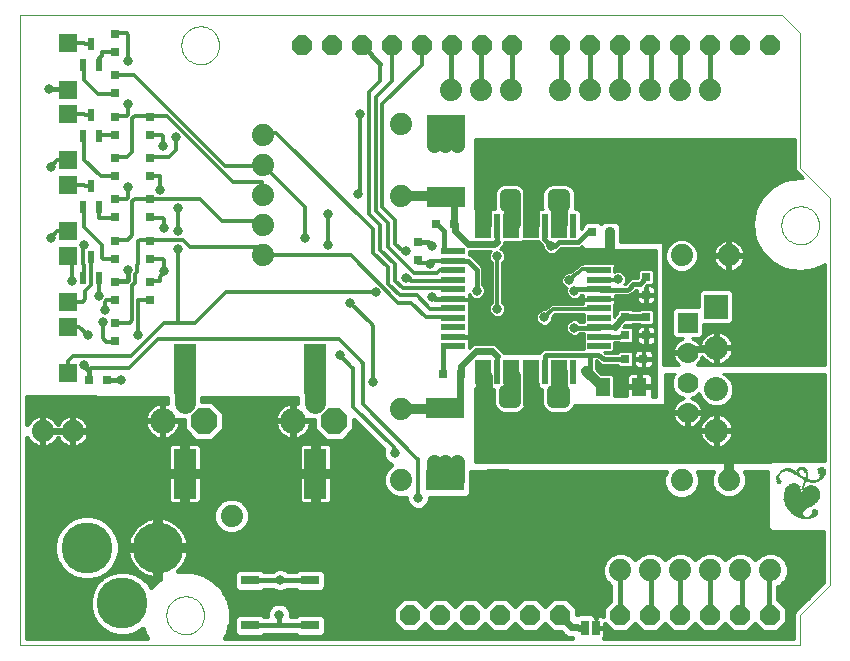
<source format=gtl>
G75*
G70*
%OFA0B0*%
%FSLAX24Y24*%
%IPPOS*%
%LPD*%
%AMOC8*
5,1,8,0,0,1.08239X$1,22.5*
%
%ADD10C,0.0000*%
%ADD11OC8,0.0660*%
%ADD12R,0.0197X0.0787*%
%ADD13R,0.0551X0.0787*%
%ADD14R,0.0787X0.0197*%
%ADD15C,0.1700*%
%ADD16R,0.0630X0.0630*%
%ADD17R,0.0760X0.1700*%
%ADD18R,0.0800X0.0800*%
%ADD19C,0.0800*%
%ADD20C,0.0740*%
%ADD21R,0.0315X0.0315*%
%ADD22R,0.1260X0.0709*%
%ADD23R,0.0600X0.0300*%
%ADD24R,0.0236X0.0394*%
%ADD25C,0.0700*%
%ADD26R,0.0700X0.0700*%
%ADD27R,0.0250X0.0500*%
%ADD28R,0.0512X0.0630*%
%ADD29C,0.0860*%
%ADD30OC8,0.0860*%
%ADD31R,0.0150X0.0017*%
%ADD32R,0.0350X0.0017*%
%ADD33R,0.0450X0.0017*%
%ADD34R,0.0533X0.0017*%
%ADD35R,0.0283X0.0017*%
%ADD36R,0.0217X0.0017*%
%ADD37R,0.0284X0.0017*%
%ADD38R,0.0300X0.0017*%
%ADD39R,0.0217X0.0017*%
%ADD40R,0.0316X0.0017*%
%ADD41R,0.0216X0.0017*%
%ADD42R,0.0317X0.0017*%
%ADD43R,0.0350X0.0017*%
%ADD44R,0.0200X0.0017*%
%ADD45R,0.0367X0.0017*%
%ADD46R,0.0200X0.0017*%
%ADD47R,0.0400X0.0017*%
%ADD48R,0.0417X0.0017*%
%ADD49R,0.0434X0.0017*%
%ADD50R,0.0184X0.0017*%
%ADD51R,0.0466X0.0017*%
%ADD52R,0.0184X0.0017*%
%ADD53R,0.0500X0.0017*%
%ADD54R,0.0167X0.0017*%
%ADD55R,0.0534X0.0017*%
%ADD56R,0.0150X0.0017*%
%ADD57R,0.0566X0.0017*%
%ADD58R,0.0100X0.0017*%
%ADD59R,0.0600X0.0017*%
%ADD60R,0.0633X0.0017*%
%ADD61R,0.0684X0.0017*%
%ADD62R,0.0717X0.0017*%
%ADD63R,0.0766X0.0017*%
%ADD64R,0.0800X0.0017*%
%ADD65R,0.0850X0.0017*%
%ADD66R,0.0883X0.0017*%
%ADD67R,0.0917X0.0017*%
%ADD68R,0.0950X0.0017*%
%ADD69R,0.0983X0.0017*%
%ADD70R,0.1016X0.0017*%
%ADD71R,0.1033X0.0017*%
%ADD72R,0.1050X0.0017*%
%ADD73R,0.1083X0.0017*%
%ADD74R,0.1100X0.0017*%
%ADD75R,0.1117X0.0017*%
%ADD76R,0.1133X0.0017*%
%ADD77R,0.1150X0.0017*%
%ADD78R,0.1167X0.0017*%
%ADD79R,0.1167X0.0017*%
%ADD80R,0.1184X0.0017*%
%ADD81R,0.1184X0.0017*%
%ADD82R,0.1200X0.0017*%
%ADD83R,0.1200X0.0017*%
%ADD84R,0.1183X0.0017*%
%ADD85R,0.0550X0.0017*%
%ADD86R,0.0567X0.0017*%
%ADD87R,0.0550X0.0017*%
%ADD88R,0.0567X0.0017*%
%ADD89R,0.0533X0.0017*%
%ADD90R,0.0517X0.0017*%
%ADD91R,0.0516X0.0017*%
%ADD92R,0.0017X0.0017*%
%ADD93R,0.0517X0.0017*%
%ADD94R,0.0034X0.0017*%
%ADD95R,0.0483X0.0017*%
%ADD96R,0.0500X0.0017*%
%ADD97R,0.0034X0.0017*%
%ADD98R,0.0450X0.0017*%
%ADD99R,0.0050X0.0017*%
%ADD100R,0.0467X0.0017*%
%ADD101R,0.0383X0.0017*%
%ADD102R,0.0050X0.0017*%
%ADD103R,0.0300X0.0017*%
%ADD104R,0.0400X0.0017*%
%ADD105R,0.0234X0.0017*%
%ADD106R,0.0366X0.0017*%
%ADD107R,0.0117X0.0017*%
%ADD108R,0.0334X0.0017*%
%ADD109R,0.0066X0.0017*%
%ADD110R,0.0250X0.0017*%
%ADD111R,0.0100X0.0017*%
%ADD112R,0.0067X0.0017*%
%ADD113R,0.0134X0.0017*%
%ADD114R,0.0166X0.0017*%
%ADD115R,0.0067X0.0017*%
%ADD116R,0.0166X0.0017*%
%ADD117R,0.0183X0.0017*%
%ADD118R,0.0183X0.0017*%
%ADD119R,0.0066X0.0017*%
%ADD120R,0.0383X0.0017*%
%ADD121R,0.0133X0.0017*%
%ADD122R,0.0116X0.0017*%
%ADD123R,0.0133X0.0017*%
%ADD124R,0.0083X0.0017*%
%ADD125R,0.0134X0.0017*%
%ADD126R,0.0083X0.0017*%
%ADD127R,0.0084X0.0017*%
%ADD128R,0.0233X0.0017*%
%ADD129R,0.0233X0.0017*%
%ADD130R,0.0250X0.0017*%
%ADD131R,0.0266X0.0017*%
%ADD132R,0.0283X0.0017*%
%ADD133R,0.0117X0.0017*%
%ADD134R,0.0267X0.0017*%
%ADD135R,0.0284X0.0017*%
%ADD136R,0.0316X0.0017*%
%ADD137C,0.0436*%
%ADD138C,0.0700*%
%ADD139C,0.0100*%
%ADD140C,0.0318*%
%ADD141C,0.0120*%
%ADD142C,0.0160*%
%ADD143C,0.0500*%
%ADD144C,0.0320*%
%ADD145C,0.0397*%
%ADD146C,0.0560*%
%ADD147C,0.0400*%
%ADD148C,0.0240*%
D10*
X002802Y001280D02*
X002802Y022280D01*
X028202Y022280D01*
X028802Y021680D01*
X028802Y017180D01*
X029802Y016180D01*
X029802Y003280D01*
X028802Y002280D01*
X028802Y001280D01*
X002802Y001280D01*
X007672Y002280D02*
X007674Y002330D01*
X007680Y002380D01*
X007690Y002429D01*
X007704Y002477D01*
X007721Y002524D01*
X007742Y002569D01*
X007767Y002613D01*
X007795Y002654D01*
X007827Y002693D01*
X007861Y002730D01*
X007898Y002764D01*
X007938Y002794D01*
X007980Y002821D01*
X008024Y002845D01*
X008070Y002866D01*
X008117Y002882D01*
X008165Y002895D01*
X008215Y002904D01*
X008264Y002909D01*
X008315Y002910D01*
X008365Y002907D01*
X008414Y002900D01*
X008463Y002889D01*
X008511Y002874D01*
X008557Y002856D01*
X008602Y002834D01*
X008645Y002808D01*
X008686Y002779D01*
X008725Y002747D01*
X008761Y002712D01*
X008793Y002674D01*
X008823Y002634D01*
X008850Y002591D01*
X008873Y002547D01*
X008892Y002501D01*
X008908Y002453D01*
X008920Y002404D01*
X008928Y002355D01*
X008932Y002305D01*
X008932Y002255D01*
X008928Y002205D01*
X008920Y002156D01*
X008908Y002107D01*
X008892Y002059D01*
X008873Y002013D01*
X008850Y001969D01*
X008823Y001926D01*
X008793Y001886D01*
X008761Y001848D01*
X008725Y001813D01*
X008686Y001781D01*
X008645Y001752D01*
X008602Y001726D01*
X008557Y001704D01*
X008511Y001686D01*
X008463Y001671D01*
X008414Y001660D01*
X008365Y001653D01*
X008315Y001650D01*
X008264Y001651D01*
X008215Y001656D01*
X008165Y001665D01*
X008117Y001678D01*
X008070Y001694D01*
X008024Y001715D01*
X007980Y001739D01*
X007938Y001766D01*
X007898Y001796D01*
X007861Y001830D01*
X007827Y001867D01*
X007795Y001906D01*
X007767Y001947D01*
X007742Y001991D01*
X007721Y002036D01*
X007704Y002083D01*
X007690Y002131D01*
X007680Y002180D01*
X007674Y002230D01*
X007672Y002280D01*
X028172Y015280D02*
X028174Y015330D01*
X028180Y015380D01*
X028190Y015429D01*
X028204Y015477D01*
X028221Y015524D01*
X028242Y015569D01*
X028267Y015613D01*
X028295Y015654D01*
X028327Y015693D01*
X028361Y015730D01*
X028398Y015764D01*
X028438Y015794D01*
X028480Y015821D01*
X028524Y015845D01*
X028570Y015866D01*
X028617Y015882D01*
X028665Y015895D01*
X028715Y015904D01*
X028764Y015909D01*
X028815Y015910D01*
X028865Y015907D01*
X028914Y015900D01*
X028963Y015889D01*
X029011Y015874D01*
X029057Y015856D01*
X029102Y015834D01*
X029145Y015808D01*
X029186Y015779D01*
X029225Y015747D01*
X029261Y015712D01*
X029293Y015674D01*
X029323Y015634D01*
X029350Y015591D01*
X029373Y015547D01*
X029392Y015501D01*
X029408Y015453D01*
X029420Y015404D01*
X029428Y015355D01*
X029432Y015305D01*
X029432Y015255D01*
X029428Y015205D01*
X029420Y015156D01*
X029408Y015107D01*
X029392Y015059D01*
X029373Y015013D01*
X029350Y014969D01*
X029323Y014926D01*
X029293Y014886D01*
X029261Y014848D01*
X029225Y014813D01*
X029186Y014781D01*
X029145Y014752D01*
X029102Y014726D01*
X029057Y014704D01*
X029011Y014686D01*
X028963Y014671D01*
X028914Y014660D01*
X028865Y014653D01*
X028815Y014650D01*
X028764Y014651D01*
X028715Y014656D01*
X028665Y014665D01*
X028617Y014678D01*
X028570Y014694D01*
X028524Y014715D01*
X028480Y014739D01*
X028438Y014766D01*
X028398Y014796D01*
X028361Y014830D01*
X028327Y014867D01*
X028295Y014906D01*
X028267Y014947D01*
X028242Y014991D01*
X028221Y015036D01*
X028204Y015083D01*
X028190Y015131D01*
X028180Y015180D01*
X028174Y015230D01*
X028172Y015280D01*
X008172Y021280D02*
X008174Y021330D01*
X008180Y021380D01*
X008190Y021429D01*
X008204Y021477D01*
X008221Y021524D01*
X008242Y021569D01*
X008267Y021613D01*
X008295Y021654D01*
X008327Y021693D01*
X008361Y021730D01*
X008398Y021764D01*
X008438Y021794D01*
X008480Y021821D01*
X008524Y021845D01*
X008570Y021866D01*
X008617Y021882D01*
X008665Y021895D01*
X008715Y021904D01*
X008764Y021909D01*
X008815Y021910D01*
X008865Y021907D01*
X008914Y021900D01*
X008963Y021889D01*
X009011Y021874D01*
X009057Y021856D01*
X009102Y021834D01*
X009145Y021808D01*
X009186Y021779D01*
X009225Y021747D01*
X009261Y021712D01*
X009293Y021674D01*
X009323Y021634D01*
X009350Y021591D01*
X009373Y021547D01*
X009392Y021501D01*
X009408Y021453D01*
X009420Y021404D01*
X009428Y021355D01*
X009432Y021305D01*
X009432Y021255D01*
X009428Y021205D01*
X009420Y021156D01*
X009408Y021107D01*
X009392Y021059D01*
X009373Y021013D01*
X009350Y020969D01*
X009323Y020926D01*
X009293Y020886D01*
X009261Y020848D01*
X009225Y020813D01*
X009186Y020781D01*
X009145Y020752D01*
X009102Y020726D01*
X009057Y020704D01*
X009011Y020686D01*
X008963Y020671D01*
X008914Y020660D01*
X008865Y020653D01*
X008815Y020650D01*
X008764Y020651D01*
X008715Y020656D01*
X008665Y020665D01*
X008617Y020678D01*
X008570Y020694D01*
X008524Y020715D01*
X008480Y020739D01*
X008438Y020766D01*
X008398Y020796D01*
X008361Y020830D01*
X008327Y020867D01*
X008295Y020906D01*
X008267Y020947D01*
X008242Y020991D01*
X008221Y021036D01*
X008204Y021083D01*
X008190Y021131D01*
X008180Y021180D01*
X008174Y021230D01*
X008172Y021280D01*
D11*
X012202Y021280D03*
X013202Y021280D03*
X014202Y021280D03*
X015202Y021280D03*
X016202Y021280D03*
X017202Y021280D03*
X018202Y021280D03*
X019202Y021280D03*
X020802Y021280D03*
X021802Y021280D03*
X022802Y021280D03*
X023802Y021280D03*
X024802Y021280D03*
X025802Y021280D03*
X026802Y021280D03*
X027802Y021280D03*
X027802Y002280D03*
X026802Y002280D03*
X025802Y002280D03*
X024802Y002280D03*
X023802Y002280D03*
X022802Y002280D03*
X020802Y002280D03*
X019802Y002280D03*
X018802Y002280D03*
X017802Y002280D03*
X016802Y002280D03*
X015802Y002280D03*
D12*
X018707Y010389D03*
X020282Y010389D03*
X021227Y010389D03*
X021227Y015271D03*
X020282Y015271D03*
X018707Y015271D03*
D13*
X018237Y015271D03*
X019172Y015271D03*
X019812Y015271D03*
X020757Y015271D03*
X020757Y010389D03*
X019812Y010389D03*
X019172Y010389D03*
X018237Y010389D03*
D14*
X017211Y011255D03*
X017211Y011570D03*
X017211Y011885D03*
X017211Y012200D03*
X017211Y012515D03*
X017211Y012830D03*
X017211Y013145D03*
X017211Y013460D03*
X017211Y013775D03*
X017211Y014090D03*
X017211Y014405D03*
X022093Y014405D03*
X022093Y014090D03*
X022093Y013775D03*
X022093Y013460D03*
X022093Y013145D03*
X022093Y012830D03*
X022093Y012515D03*
X022093Y012200D03*
X022093Y011885D03*
X022093Y011570D03*
X022093Y011255D03*
D15*
X007387Y004530D03*
X006205Y002680D03*
X005024Y004530D03*
D16*
X004392Y010363D03*
X004392Y011898D03*
X004392Y012729D03*
X004392Y014264D03*
X004377Y015079D03*
X004377Y016615D03*
X004377Y017441D03*
X004377Y018977D03*
X004377Y019804D03*
X004377Y021339D03*
D17*
X008284Y010504D03*
X008284Y007004D03*
X012637Y007004D03*
X012637Y010504D03*
D18*
X026005Y012569D03*
D19*
X026005Y011191D03*
X026005Y009813D03*
X026005Y008436D03*
D20*
X026424Y006792D03*
X024849Y006772D03*
X024802Y003780D03*
X023802Y003780D03*
X022802Y003780D03*
X025802Y003780D03*
X026802Y003780D03*
X027802Y003780D03*
X015499Y006792D03*
X015499Y009154D03*
X009849Y005591D03*
X004546Y008422D03*
X003546Y008422D03*
X010883Y014300D03*
X010883Y015300D03*
X010883Y016300D03*
X010883Y017300D03*
X010883Y018300D03*
X015499Y018642D03*
X017174Y019780D03*
X018174Y019780D03*
X019174Y019780D03*
X020802Y019780D03*
X021802Y019780D03*
X022802Y019780D03*
X023802Y019780D03*
X024802Y019780D03*
X025802Y019780D03*
X026424Y014272D03*
X024849Y014272D03*
X015499Y016241D03*
D21*
X016669Y015313D03*
X017269Y015313D03*
X016068Y014724D03*
X016068Y014124D03*
X016882Y010337D03*
X017482Y010337D03*
X022974Y010827D03*
X023574Y010827D03*
X023668Y011610D03*
X023668Y012210D03*
X022975Y012212D03*
X022975Y011612D03*
X023660Y012964D03*
X023660Y013564D03*
X022472Y015050D03*
X021872Y015050D03*
X007133Y014769D03*
X007133Y014169D03*
X007133Y013391D03*
X007133Y012791D03*
X005951Y012791D03*
X005951Y013391D03*
X005951Y014169D03*
X005951Y014769D03*
X005951Y015547D03*
X005951Y016147D03*
X005951Y016925D03*
X005951Y017525D03*
X005951Y018303D03*
X005951Y018903D03*
X005951Y019681D03*
X005951Y020281D03*
X005951Y021059D03*
X005951Y021659D03*
X007133Y018903D03*
X007133Y018303D03*
X007133Y017525D03*
X007133Y016925D03*
X007133Y016147D03*
X007133Y015547D03*
X005951Y012013D03*
X005951Y011413D03*
X005700Y010117D03*
X005100Y010117D03*
D22*
X016973Y009175D03*
X016973Y006775D03*
X016977Y016230D03*
X016977Y018630D03*
D23*
X012451Y003439D03*
X012451Y001939D03*
X010451Y001939D03*
X010451Y003439D03*
D24*
X005420Y013524D03*
X004908Y013524D03*
X005164Y014233D03*
X004908Y015886D03*
X005420Y015886D03*
X005164Y016595D03*
X004908Y018249D03*
X005420Y018249D03*
X005164Y018957D03*
X004908Y020611D03*
X005420Y020611D03*
X005164Y021319D03*
D25*
X025046Y011032D03*
X025046Y010032D03*
X025046Y009032D03*
D26*
X025046Y012032D03*
D27*
X021995Y001871D03*
X021640Y001871D03*
D28*
X022241Y009902D03*
X023441Y009902D03*
D29*
X011894Y008760D03*
X007544Y008760D03*
D30*
X008919Y008760D03*
X013269Y008760D03*
D31*
X028069Y006785D03*
X028752Y006935D03*
X029519Y006885D03*
X029519Y007185D03*
X029019Y005485D03*
D32*
X029002Y005502D03*
X028402Y007118D03*
D33*
X029002Y005518D03*
D34*
X028993Y005535D03*
X028560Y006435D03*
D35*
X028518Y007068D03*
X029518Y007068D03*
X029518Y007052D03*
X029518Y007102D03*
X028835Y005552D03*
D36*
X029185Y005552D03*
X029218Y005568D03*
X029268Y005618D03*
X029285Y005652D03*
D37*
X028802Y005568D03*
X028852Y007152D03*
D38*
X028777Y005585D03*
D39*
X029235Y005585D03*
D40*
X028752Y005602D03*
D41*
X029252Y005602D03*
X029052Y006768D03*
D42*
X028735Y005618D03*
D43*
X028719Y005635D03*
X029169Y006535D03*
D44*
X028944Y006835D03*
X028677Y006985D03*
X029294Y005685D03*
X029277Y005635D03*
D45*
X028710Y005652D03*
X028693Y005668D03*
D46*
X029294Y005668D03*
X029294Y005702D03*
X029544Y006952D03*
X029544Y006968D03*
X029510Y007168D03*
D47*
X028694Y005685D03*
D48*
X028685Y005702D03*
X029168Y006502D03*
D49*
X028577Y006552D03*
X028677Y005718D03*
D50*
X029302Y005718D03*
X028702Y006968D03*
X028402Y007152D03*
D51*
X028677Y005735D03*
D52*
X029302Y005735D03*
X028852Y007185D03*
D53*
X029194Y006752D03*
X028560Y006468D03*
X028677Y005752D03*
D54*
X029293Y005752D03*
X028960Y006818D03*
D55*
X028677Y005768D03*
D56*
X029285Y005768D03*
X029519Y006868D03*
X029535Y006902D03*
X028935Y007118D03*
X028752Y007118D03*
X028769Y006918D03*
X028802Y006902D03*
X028885Y006852D03*
X028585Y006652D03*
D57*
X028677Y005785D03*
D58*
X029294Y005785D03*
X029010Y007035D03*
X028060Y006885D03*
D59*
X028694Y005802D03*
D60*
X028693Y005818D03*
D61*
X028702Y005835D03*
D62*
X028718Y005852D03*
D63*
X028727Y005868D03*
D64*
X028744Y005885D03*
D65*
X028752Y005902D03*
D66*
X028768Y005918D03*
D67*
X028768Y005935D03*
D68*
X028785Y005952D03*
D69*
X028785Y005968D03*
D70*
X028802Y005985D03*
D71*
X028810Y006002D03*
D72*
X028819Y006018D03*
D73*
X028818Y006035D03*
D74*
X028827Y006052D03*
D75*
X028835Y006068D03*
D76*
X028843Y006085D03*
D77*
X028835Y006102D03*
D78*
X028843Y006118D03*
D79*
X028843Y006135D03*
D80*
X028852Y006152D03*
X028852Y006168D03*
D81*
X028852Y006185D03*
D82*
X028860Y006202D03*
X028860Y006218D03*
X028860Y006252D03*
X028860Y006268D03*
X028860Y006302D03*
X028860Y006318D03*
D83*
X028860Y006335D03*
X028860Y006285D03*
X028860Y006235D03*
D84*
X028868Y006352D03*
X028868Y006368D03*
D85*
X028552Y006385D03*
D86*
X029160Y006385D03*
D87*
X029169Y006418D03*
X028552Y006402D03*
D88*
X029160Y006402D03*
D89*
X028560Y006418D03*
D90*
X029168Y006435D03*
D91*
X028552Y006452D03*
D92*
X028868Y006452D03*
D93*
X029168Y006452D03*
D94*
X028877Y006468D03*
D95*
X029168Y006468D03*
X028568Y006502D03*
D96*
X028560Y006485D03*
D97*
X028877Y006485D03*
D98*
X029169Y006485D03*
X028569Y006535D03*
X028402Y007085D03*
D99*
X028969Y006718D03*
X028919Y006602D03*
X028902Y006568D03*
X028902Y006552D03*
X028885Y006518D03*
X028885Y006502D03*
D100*
X028560Y006518D03*
D101*
X029168Y006518D03*
D102*
X028919Y006585D03*
X028935Y006635D03*
X028885Y006535D03*
D103*
X029177Y006552D03*
X029210Y006718D03*
X028577Y006618D03*
D104*
X028577Y006568D03*
X028410Y007102D03*
D105*
X029177Y006568D03*
D106*
X028577Y006585D03*
D107*
X029168Y006585D03*
X029435Y006785D03*
X028985Y007085D03*
D108*
X028577Y006602D03*
D109*
X028927Y006618D03*
X029027Y006902D03*
X029027Y006918D03*
X029027Y006952D03*
X029027Y006968D03*
X028727Y007052D03*
D110*
X028585Y006635D03*
X029519Y007135D03*
D111*
X029010Y007052D03*
X028994Y007068D03*
X028194Y007052D03*
X028077Y006918D03*
X028060Y006868D03*
X028060Y006852D03*
X028077Y006652D03*
D112*
X028093Y006952D03*
X028943Y006668D03*
X028943Y006652D03*
X028960Y006702D03*
X029010Y006852D03*
D113*
X029477Y006818D03*
X028227Y007068D03*
X028077Y006668D03*
D114*
X028077Y006685D03*
D115*
X028960Y006685D03*
D116*
X028727Y006952D03*
X028077Y006768D03*
X028077Y006752D03*
X028077Y006702D03*
D117*
X028085Y006718D03*
X028985Y006802D03*
X029218Y006702D03*
X029535Y006918D03*
D118*
X029535Y006935D03*
X029018Y006785D03*
X028085Y006735D03*
D119*
X028977Y006735D03*
X029027Y006935D03*
D120*
X029218Y006735D03*
D121*
X029410Y006768D03*
X029510Y006852D03*
X028860Y006868D03*
X028060Y006818D03*
X028060Y006802D03*
D122*
X029452Y006802D03*
D123*
X029493Y006835D03*
X028060Y006835D03*
D124*
X028068Y006902D03*
X028135Y007002D03*
X028735Y007068D03*
X029018Y007018D03*
X029018Y007002D03*
X029018Y006868D03*
X029518Y007202D03*
D125*
X028827Y006885D03*
D126*
X029018Y006885D03*
X029018Y006985D03*
X028735Y007085D03*
X028168Y007035D03*
X028118Y006985D03*
X028085Y006935D03*
D127*
X028102Y006968D03*
X028152Y007018D03*
X028852Y007202D03*
D128*
X029543Y006985D03*
D129*
X029510Y007152D03*
X028843Y007168D03*
X028660Y007002D03*
X028560Y007052D03*
D130*
X028635Y007018D03*
X029535Y007002D03*
D131*
X029527Y007018D03*
D132*
X029518Y007035D03*
X029518Y007085D03*
X028618Y007035D03*
D133*
X028735Y007102D03*
X028968Y007102D03*
D134*
X029510Y007118D03*
D135*
X028402Y007135D03*
D136*
X028852Y007135D03*
D137*
X012617Y009363D03*
X008284Y009363D03*
D138*
X008284Y010504D01*
X012637Y010504D02*
X012617Y009363D01*
D139*
X016581Y007382D02*
X016599Y007382D01*
X016599Y007400D02*
X016581Y007382D01*
X017959Y007390D02*
X027805Y007390D01*
X027798Y007382D02*
X017959Y007382D01*
X017959Y009845D01*
X018187Y009845D01*
X018187Y010339D01*
X018287Y010339D01*
X018287Y009845D01*
X018518Y009845D01*
X018538Y009825D01*
X018596Y009825D01*
X018593Y009818D01*
X018593Y009804D01*
X018593Y009803D01*
X018593Y009656D01*
X017959Y009656D01*
X017959Y009558D02*
X018593Y009558D01*
X018593Y009469D02*
X018593Y009656D01*
X018593Y009656D01*
X018593Y009755D02*
X017959Y009755D01*
X018187Y009853D02*
X018287Y009853D01*
X018287Y009952D02*
X018187Y009952D01*
X018187Y010050D02*
X018287Y010050D01*
X018287Y010149D02*
X018187Y010149D01*
X018187Y010247D02*
X018287Y010247D01*
X018936Y011017D02*
X018936Y011021D01*
X018759Y011198D01*
X018625Y011332D01*
X018094Y011332D01*
X017904Y011332D01*
X017772Y011200D01*
X017772Y012985D01*
X017791Y012939D01*
X017867Y012864D01*
X017965Y012823D01*
X018072Y012823D01*
X018170Y012864D01*
X018246Y012939D01*
X018286Y013038D01*
X018286Y013144D01*
X018246Y013243D01*
X018207Y013281D01*
X018207Y013721D01*
X018207Y013878D01*
X017912Y014173D01*
X017801Y014284D01*
X017772Y014284D01*
X017772Y014417D01*
X018483Y014417D01*
X018470Y014404D01*
X018429Y014306D01*
X018429Y014199D01*
X018470Y014101D01*
X018529Y014042D01*
X018529Y012701D01*
X018470Y012642D01*
X018429Y012544D01*
X018429Y012437D01*
X018470Y012339D01*
X018546Y012263D01*
X018644Y012223D01*
X018751Y012223D01*
X018849Y012263D01*
X018925Y012339D01*
X018966Y012437D01*
X018966Y012544D01*
X018925Y012642D01*
X018867Y012701D01*
X018867Y014042D01*
X018925Y014101D01*
X018966Y014199D01*
X018966Y014306D01*
X018925Y014404D01*
X018849Y014480D01*
X018795Y014502D01*
X018924Y014606D01*
X018938Y014726D01*
X020083Y014739D01*
X020083Y014735D01*
X020194Y014624D01*
X020240Y014578D01*
X020240Y014524D01*
X020281Y014425D01*
X020357Y014350D01*
X020455Y014309D01*
X020562Y014309D01*
X020660Y014350D01*
X020699Y014388D01*
X020705Y014388D01*
X020833Y014516D01*
X021306Y014516D01*
X021463Y014516D01*
X021540Y014594D01*
X021551Y014530D01*
X021549Y014523D01*
X021549Y014405D01*
X022092Y014405D01*
X022092Y014405D01*
X021549Y014405D01*
X021549Y014287D01*
X021559Y014248D01*
X021560Y014247D01*
X021559Y014246D01*
X021549Y014208D01*
X021549Y014090D01*
X022092Y014090D01*
X022092Y014090D01*
X021549Y014090D01*
X021549Y013988D01*
X021452Y013988D01*
X021353Y013889D01*
X021334Y013870D01*
X021295Y013870D01*
X021196Y013771D01*
X021138Y013713D01*
X021056Y013713D01*
X020957Y013673D01*
X020882Y013597D01*
X020841Y013499D01*
X020841Y013392D01*
X020882Y013293D01*
X020957Y013218D01*
X021018Y013193D01*
X020998Y013144D01*
X020998Y013038D01*
X021039Y012939D01*
X021115Y012864D01*
X021213Y012823D01*
X021320Y012823D01*
X021418Y012864D01*
X021494Y012939D01*
X021499Y012951D01*
X021550Y012951D01*
X021549Y012948D01*
X021549Y012830D01*
X022092Y012830D01*
X022092Y012830D01*
X021549Y012830D01*
X021549Y012712D01*
X021559Y012674D01*
X021562Y012669D01*
X020488Y012669D01*
X020389Y012570D01*
X020292Y012473D01*
X020209Y012473D01*
X020111Y012432D01*
X020035Y012357D01*
X019994Y012259D01*
X019994Y012152D01*
X020035Y012053D01*
X020111Y011978D01*
X020209Y011937D01*
X020316Y011937D01*
X020414Y011978D01*
X020490Y012053D01*
X020531Y012152D01*
X020531Y012234D01*
X020628Y012331D01*
X021590Y012331D01*
X021590Y012060D01*
X021457Y012060D01*
X021418Y012098D01*
X021320Y012139D01*
X021213Y012139D01*
X021115Y012098D01*
X021039Y012022D01*
X020998Y011924D01*
X020998Y011817D01*
X021039Y011719D01*
X021115Y011643D01*
X021213Y011602D01*
X021320Y011602D01*
X021418Y011643D01*
X021457Y011681D01*
X021590Y011681D01*
X021590Y011427D01*
X021604Y011413D01*
X021590Y011399D01*
X021590Y011154D01*
X020243Y011154D01*
X020133Y011043D01*
X020120Y011031D01*
X018936Y011017D01*
X018921Y011036D02*
X020125Y011036D01*
X020224Y011134D02*
X018823Y011134D01*
X018724Y011233D02*
X021590Y011233D01*
X021590Y011331D02*
X018626Y011331D01*
X017903Y011331D02*
X017772Y011331D01*
X017772Y011233D02*
X017805Y011233D01*
X017772Y011430D02*
X021590Y011430D01*
X021590Y011529D02*
X017772Y011529D01*
X017772Y011627D02*
X021154Y011627D01*
X021036Y011726D02*
X017772Y011726D01*
X017772Y011824D02*
X020998Y011824D01*
X020998Y011923D02*
X017772Y011923D01*
X017772Y012021D02*
X020067Y012021D01*
X020008Y012120D02*
X017772Y012120D01*
X017772Y012218D02*
X019994Y012218D01*
X020019Y012317D02*
X018903Y012317D01*
X018957Y012415D02*
X020094Y012415D01*
X020332Y012514D02*
X018966Y012514D01*
X018937Y012612D02*
X020431Y012612D01*
X020613Y012317D02*
X021590Y012317D01*
X021590Y012218D02*
X020531Y012218D01*
X020517Y012120D02*
X021168Y012120D01*
X021039Y012021D02*
X020458Y012021D01*
X021365Y012120D02*
X021590Y012120D01*
X021590Y011627D02*
X021379Y011627D01*
X022265Y011048D02*
X022532Y011048D01*
X022596Y011112D01*
X022596Y011381D01*
X022676Y011381D01*
X022680Y011377D01*
X022738Y011380D01*
X022772Y011345D01*
X023178Y011345D01*
X023242Y011409D01*
X023242Y011815D01*
X023178Y011878D01*
X022908Y011878D01*
X022962Y011945D01*
X023178Y011945D01*
X023215Y011983D01*
X023426Y011983D01*
X023465Y011943D01*
X023871Y011943D01*
X023935Y012007D01*
X023935Y012413D01*
X023871Y012476D01*
X023465Y012476D01*
X023430Y012441D01*
X023215Y012441D01*
X023178Y012478D01*
X022772Y012478D01*
X022709Y012415D01*
X022596Y012415D01*
X022596Y012371D02*
X022596Y012628D01*
X022607Y012639D01*
X022626Y012674D01*
X022636Y012712D01*
X022636Y012830D01*
X022636Y012941D01*
X023000Y012941D01*
X023058Y012930D01*
X023076Y012941D01*
X023097Y012941D01*
X023136Y012981D01*
X023156Y012981D01*
X023198Y013023D01*
X023247Y013056D01*
X023252Y013077D01*
X023313Y013138D01*
X023353Y013138D01*
X023353Y012993D01*
X023631Y012993D01*
X023631Y012935D01*
X023689Y012935D01*
X023689Y012657D01*
X023837Y012657D01*
X023876Y012667D01*
X023910Y012687D01*
X023938Y012715D01*
X023957Y012749D01*
X023968Y012787D01*
X023968Y012935D01*
X023689Y012935D01*
X023689Y012993D01*
X023968Y012993D01*
X023968Y013141D01*
X023957Y013180D01*
X023938Y013214D01*
X023910Y013242D01*
X023876Y013261D01*
X023837Y013272D01*
X023689Y013272D01*
X023689Y012993D01*
X023631Y012993D01*
X023631Y013220D01*
X023660Y013249D01*
X023660Y013261D01*
X023689Y013298D01*
X023863Y013298D01*
X023927Y013362D01*
X023927Y013767D01*
X023863Y013831D01*
X023457Y013831D01*
X023394Y013767D01*
X023394Y013533D01*
X023380Y013516D01*
X023157Y013516D01*
X023046Y013406D01*
X023046Y013406D01*
X022960Y013319D01*
X022937Y013319D01*
X022950Y013333D01*
X022991Y013431D01*
X022991Y013538D01*
X022950Y013637D01*
X022875Y013712D01*
X022776Y013753D01*
X022670Y013753D01*
X022596Y013722D01*
X022596Y013888D01*
X022607Y013899D01*
X022626Y013934D01*
X022636Y013972D01*
X022636Y014090D01*
X022636Y014208D01*
X022626Y014246D01*
X022626Y014247D01*
X022626Y014248D01*
X022636Y014287D01*
X022636Y014405D01*
X022636Y014469D01*
X024003Y014469D01*
X024003Y009567D01*
X023847Y009569D01*
X023847Y009852D01*
X023491Y009852D01*
X023491Y009952D01*
X023391Y009952D01*
X023391Y009852D01*
X023035Y009852D01*
X023035Y009575D01*
X022606Y009578D01*
X022606Y010262D01*
X022542Y010326D01*
X022163Y010326D01*
X021982Y010483D01*
X021982Y010776D01*
X021994Y010776D01*
X022129Y010682D01*
X022172Y010638D01*
X022191Y010638D01*
X022206Y010627D01*
X022267Y010638D01*
X022708Y010638D01*
X022708Y010625D01*
X022772Y010561D01*
X023177Y010561D01*
X023241Y010625D01*
X023241Y011030D01*
X023177Y011094D01*
X022772Y011094D01*
X022708Y011030D01*
X022708Y011016D01*
X022310Y011016D01*
X022265Y011048D01*
X022282Y011036D02*
X022714Y011036D01*
X022596Y011134D02*
X023396Y011134D01*
X023397Y011135D02*
X023359Y011124D01*
X023325Y011105D01*
X023297Y011077D01*
X023277Y011043D01*
X023267Y011004D01*
X023267Y010856D01*
X023545Y010856D01*
X023545Y010798D01*
X023267Y010798D01*
X023267Y010650D01*
X023277Y010612D01*
X023297Y010578D01*
X023325Y010550D01*
X023359Y010530D01*
X023397Y010520D01*
X023546Y010520D01*
X023546Y010798D01*
X023603Y010798D01*
X023603Y010520D01*
X023752Y010520D01*
X023790Y010530D01*
X023824Y010550D01*
X023852Y010578D01*
X023872Y010612D01*
X023882Y010650D01*
X023882Y010798D01*
X023603Y010798D01*
X023603Y010856D01*
X023546Y010856D01*
X023546Y011135D01*
X023397Y011135D01*
X023546Y011134D02*
X023603Y011134D01*
X023603Y011135D02*
X023603Y010856D01*
X023882Y010856D01*
X023882Y011004D01*
X023872Y011043D01*
X023852Y011077D01*
X023824Y011105D01*
X023790Y011124D01*
X023752Y011135D01*
X023603Y011135D01*
X023603Y011036D02*
X023546Y011036D01*
X023546Y010937D02*
X023603Y010937D01*
X023603Y010839D02*
X024003Y010839D01*
X024003Y010937D02*
X023882Y010937D01*
X023873Y011036D02*
X024003Y011036D01*
X024003Y011134D02*
X023753Y011134D01*
X023697Y011302D02*
X023845Y011302D01*
X023883Y011313D01*
X023918Y011332D01*
X023946Y011360D01*
X023965Y011395D01*
X023975Y011433D01*
X023975Y011581D01*
X023697Y011581D01*
X023697Y011639D01*
X023639Y011639D01*
X023639Y011917D01*
X023491Y011917D01*
X023453Y011907D01*
X023418Y011887D01*
X023391Y011859D01*
X023371Y011825D01*
X023361Y011787D01*
X023361Y011639D01*
X023639Y011639D01*
X023639Y011581D01*
X023361Y011581D01*
X023361Y011433D01*
X023371Y011395D01*
X023391Y011360D01*
X023418Y011332D01*
X023453Y011313D01*
X023491Y011302D01*
X023639Y011302D01*
X023639Y011581D01*
X023697Y011581D01*
X023697Y011302D01*
X023697Y011331D02*
X023639Y011331D01*
X023639Y011430D02*
X023697Y011430D01*
X023697Y011529D02*
X023639Y011529D01*
X023639Y011627D02*
X023242Y011627D01*
X023242Y011529D02*
X023361Y011529D01*
X023361Y011430D02*
X023242Y011430D01*
X023420Y011331D02*
X022596Y011331D01*
X022596Y011233D02*
X024003Y011233D01*
X024003Y011331D02*
X023916Y011331D01*
X023975Y011430D02*
X024003Y011430D01*
X024003Y011529D02*
X023975Y011529D01*
X024003Y011627D02*
X023697Y011627D01*
X023697Y011639D02*
X023975Y011639D01*
X023975Y011787D01*
X023965Y011825D01*
X023946Y011859D01*
X023918Y011887D01*
X023883Y011907D01*
X023845Y011917D01*
X023697Y011917D01*
X023697Y011639D01*
X023697Y011726D02*
X023639Y011726D01*
X023639Y011824D02*
X023697Y011824D01*
X023966Y011824D02*
X024003Y011824D01*
X024003Y011726D02*
X023975Y011726D01*
X024003Y011923D02*
X022944Y011923D01*
X023232Y011824D02*
X023371Y011824D01*
X023361Y011726D02*
X023242Y011726D01*
X023935Y012021D02*
X024003Y012021D01*
X024003Y012120D02*
X023935Y012120D01*
X023935Y012218D02*
X024003Y012218D01*
X024003Y012317D02*
X023935Y012317D01*
X023932Y012415D02*
X024003Y012415D01*
X024003Y012514D02*
X022596Y012514D01*
X022596Y012612D02*
X024003Y012612D01*
X024003Y012711D02*
X023934Y012711D01*
X023968Y012810D02*
X024003Y012810D01*
X024003Y012908D02*
X023968Y012908D01*
X023968Y013007D02*
X024003Y013007D01*
X024003Y013105D02*
X023968Y013105D01*
X023943Y013204D02*
X024003Y013204D01*
X024003Y013302D02*
X023867Y013302D01*
X023927Y013401D02*
X024003Y013401D01*
X024003Y013499D02*
X023927Y013499D01*
X023927Y013598D02*
X024003Y013598D01*
X024003Y013696D02*
X023927Y013696D01*
X023899Y013795D02*
X024003Y013795D01*
X024003Y013894D02*
X022601Y013894D01*
X022596Y013795D02*
X023422Y013795D01*
X023394Y013696D02*
X022891Y013696D01*
X022966Y013598D02*
X023394Y013598D01*
X023140Y013499D02*
X022991Y013499D01*
X022979Y013401D02*
X023041Y013401D01*
X023280Y013105D02*
X023353Y013105D01*
X023353Y013007D02*
X023182Y013007D01*
X023353Y012935D02*
X023353Y012787D01*
X023363Y012749D01*
X023383Y012715D01*
X023411Y012687D01*
X023445Y012667D01*
X023483Y012657D01*
X023631Y012657D01*
X023631Y012935D01*
X023353Y012935D01*
X023353Y012908D02*
X022636Y012908D01*
X022636Y012830D02*
X022093Y012830D01*
X022093Y012830D01*
X022636Y012830D01*
X022636Y012810D02*
X023353Y012810D01*
X023386Y012711D02*
X022636Y012711D01*
X022709Y012415D02*
X022709Y012362D01*
X022596Y012221D01*
X022596Y012344D01*
X022582Y012358D01*
X022596Y012371D01*
X022596Y012317D02*
X022673Y012317D01*
X023631Y012711D02*
X023689Y012711D01*
X023689Y012810D02*
X023631Y012810D01*
X023631Y012908D02*
X023689Y012908D01*
X023689Y013007D02*
X023631Y013007D01*
X023631Y013105D02*
X023689Y013105D01*
X023689Y013204D02*
X023631Y013204D01*
X024235Y013204D02*
X029632Y013204D01*
X029632Y013302D02*
X024235Y013302D01*
X024236Y013401D02*
X029632Y013401D01*
X029632Y013499D02*
X024236Y013499D01*
X024236Y013598D02*
X029632Y013598D01*
X029632Y013696D02*
X024236Y013696D01*
X024237Y013795D02*
X024590Y013795D01*
X024543Y013814D02*
X024742Y013732D01*
X024957Y013732D01*
X025155Y013814D01*
X025307Y013966D01*
X025389Y014165D01*
X025389Y014380D01*
X025307Y014578D01*
X025155Y014730D01*
X024957Y014812D01*
X024742Y014812D01*
X024543Y014730D01*
X024391Y014578D01*
X024309Y014380D01*
X024309Y014165D01*
X024391Y013966D01*
X024543Y013814D01*
X024464Y013894D02*
X024237Y013894D01*
X024237Y013992D02*
X024381Y013992D01*
X024340Y014091D02*
X024237Y014091D01*
X024238Y014189D02*
X024309Y014189D01*
X024309Y014288D02*
X024238Y014288D01*
X024238Y014386D02*
X024312Y014386D01*
X024353Y014485D02*
X024238Y014485D01*
X024239Y014583D02*
X024397Y014583D01*
X024495Y014682D02*
X024239Y014682D01*
X024239Y014725D02*
X022802Y014725D01*
X022802Y015115D01*
X022799Y015121D01*
X022799Y015278D01*
X022700Y015377D01*
X022544Y015377D01*
X022538Y015380D01*
X022406Y015380D01*
X022400Y015377D01*
X022244Y015377D01*
X022172Y015305D01*
X022100Y015377D01*
X021644Y015377D01*
X021544Y015278D01*
X021544Y015215D01*
X021532Y015203D01*
X021531Y015201D01*
X021495Y015166D01*
X021495Y015735D01*
X021396Y015835D01*
X021295Y015835D01*
X021302Y015852D01*
X021302Y016354D01*
X021245Y016490D01*
X021141Y016594D01*
X021005Y016650D01*
X020858Y016650D01*
X020651Y016650D01*
X020627Y016650D01*
X020605Y016656D01*
X020554Y016650D01*
X020504Y016650D01*
X020482Y016641D01*
X020459Y016638D01*
X020414Y016613D01*
X020368Y016594D01*
X020351Y016577D01*
X020331Y016565D01*
X020299Y016525D01*
X020264Y016490D01*
X020255Y016468D01*
X020240Y016449D01*
X020227Y016400D01*
X020207Y016354D01*
X020207Y016330D01*
X020201Y016307D01*
X020207Y016257D01*
X020207Y015852D01*
X020215Y015835D01*
X020113Y015835D01*
X020093Y015815D01*
X019862Y015815D01*
X019862Y015321D01*
X019762Y015321D01*
X019762Y015815D01*
X019633Y015815D01*
X019648Y015852D01*
X019648Y016354D01*
X019592Y016490D01*
X019488Y016594D01*
X019352Y016650D01*
X019205Y016650D01*
X018909Y016650D01*
X018773Y016594D01*
X018669Y016490D01*
X018613Y016354D01*
X018613Y016334D01*
X018613Y015852D01*
X018620Y015835D01*
X018538Y015835D01*
X018518Y015815D01*
X018287Y015815D01*
X018287Y015321D01*
X018187Y015321D01*
X018187Y015815D01*
X017959Y015815D01*
X017959Y018160D01*
X028632Y018160D01*
X028632Y017110D01*
X028731Y017010D01*
X028888Y016854D01*
X028786Y016870D01*
X028303Y016793D01*
X027867Y016571D01*
X027867Y016571D01*
X027521Y016225D01*
X027299Y015789D01*
X027222Y015306D01*
X027222Y015306D01*
X027299Y014822D01*
X027521Y014386D01*
X027867Y014040D01*
X028303Y013818D01*
X028786Y013741D01*
X029269Y013818D01*
X029632Y014003D01*
X029632Y010630D01*
X025344Y010630D01*
X025372Y010651D01*
X025427Y010706D01*
X025474Y010770D01*
X025509Y010840D01*
X025532Y010909D01*
X025534Y010903D01*
X025585Y010833D01*
X025646Y010772D01*
X025716Y010721D01*
X025794Y010682D01*
X025876Y010655D01*
X025955Y010642D01*
X025955Y011141D01*
X026055Y011141D01*
X026055Y011241D01*
X026554Y011241D01*
X026541Y011320D01*
X026514Y011403D01*
X026475Y011480D01*
X026424Y011550D01*
X026363Y011611D01*
X026293Y011662D01*
X026216Y011701D01*
X026133Y011728D01*
X026055Y011740D01*
X026055Y011242D01*
X025955Y011242D01*
X025955Y011740D01*
X025876Y011728D01*
X025794Y011701D01*
X025716Y011662D01*
X025646Y011611D01*
X025585Y011550D01*
X025534Y011480D01*
X025495Y011403D01*
X025468Y011320D01*
X025466Y011305D01*
X025427Y011358D01*
X025372Y011413D01*
X025308Y011460D01*
X025238Y011495D01*
X025186Y011512D01*
X025466Y011512D01*
X025566Y011612D01*
X025566Y011999D01*
X026475Y011999D01*
X026575Y012099D01*
X026575Y013040D01*
X026475Y013139D01*
X025534Y013139D01*
X025435Y013040D01*
X025435Y012552D01*
X024626Y012552D01*
X024526Y012452D01*
X024526Y011612D01*
X024626Y011512D01*
X024905Y011512D01*
X024854Y011495D01*
X024784Y011460D01*
X024720Y011413D01*
X024665Y011358D01*
X024618Y011294D01*
X024583Y011224D01*
X024558Y011149D01*
X024548Y011082D01*
X024996Y011082D01*
X024996Y010982D01*
X024548Y010982D01*
X024558Y010915D01*
X024583Y010840D01*
X024618Y010770D01*
X024665Y010706D01*
X024720Y010651D01*
X024748Y010630D01*
X024229Y010630D01*
X024239Y014725D01*
X024003Y014386D02*
X022636Y014386D01*
X022636Y014405D02*
X022093Y014405D01*
X022636Y014405D01*
X022636Y014288D02*
X024003Y014288D01*
X024003Y014189D02*
X022636Y014189D01*
X022636Y014091D02*
X024003Y014091D01*
X024003Y013992D02*
X022636Y013992D01*
X022636Y014090D02*
X022093Y014090D01*
X022093Y014090D01*
X022093Y014156D01*
X022093Y014404D01*
X022093Y014404D01*
X022093Y014156D01*
X022093Y014090D01*
X022636Y014090D01*
X022093Y014090D02*
X022093Y014090D01*
X022093Y014091D02*
X022093Y014091D01*
X022093Y014189D02*
X022093Y014189D01*
X022093Y014288D02*
X022093Y014288D01*
X022093Y014386D02*
X022093Y014386D01*
X022093Y014405D02*
X022093Y014405D01*
X021549Y014386D02*
X020697Y014386D01*
X020802Y014485D02*
X021549Y014485D01*
X021542Y014583D02*
X021530Y014583D01*
X021549Y014288D02*
X018966Y014288D01*
X018961Y014189D02*
X021549Y014189D01*
X021549Y014091D02*
X018915Y014091D01*
X018867Y013992D02*
X021549Y013992D01*
X021357Y013894D02*
X018867Y013894D01*
X018867Y013795D02*
X021220Y013795D01*
X021015Y013696D02*
X018867Y013696D01*
X018867Y013598D02*
X020882Y013598D01*
X020841Y013499D02*
X018867Y013499D01*
X018867Y013401D02*
X020841Y013401D01*
X020878Y013302D02*
X018867Y013302D01*
X018867Y013204D02*
X020992Y013204D01*
X020998Y013105D02*
X018867Y013105D01*
X018867Y013007D02*
X021011Y013007D01*
X021070Y012908D02*
X018867Y012908D01*
X018867Y012810D02*
X021549Y012810D01*
X021549Y012908D02*
X021463Y012908D01*
X021549Y012711D02*
X018867Y012711D01*
X018529Y012711D02*
X017772Y012711D01*
X017772Y012612D02*
X018458Y012612D01*
X018429Y012514D02*
X017772Y012514D01*
X017772Y012415D02*
X018439Y012415D01*
X018492Y012317D02*
X017772Y012317D01*
X017772Y012810D02*
X018529Y012810D01*
X018529Y012908D02*
X018215Y012908D01*
X018274Y013007D02*
X018529Y013007D01*
X018529Y013105D02*
X018286Y013105D01*
X018262Y013204D02*
X018529Y013204D01*
X018529Y013302D02*
X018207Y013302D01*
X018207Y013401D02*
X018529Y013401D01*
X018529Y013499D02*
X018207Y013499D01*
X018207Y013598D02*
X018529Y013598D01*
X018529Y013696D02*
X018207Y013696D01*
X018207Y013795D02*
X018529Y013795D01*
X018529Y013894D02*
X018192Y013894D01*
X018093Y013992D02*
X018529Y013992D01*
X018480Y014091D02*
X017995Y014091D01*
X017896Y014189D02*
X018434Y014189D01*
X018429Y014288D02*
X017772Y014288D01*
X017772Y014386D02*
X018463Y014386D01*
X018837Y014485D02*
X020257Y014485D01*
X020235Y014583D02*
X018896Y014583D01*
X018933Y014682D02*
X020137Y014682D01*
X020320Y014386D02*
X018932Y014386D01*
X018287Y015372D02*
X018187Y015372D01*
X018187Y015470D02*
X018287Y015470D01*
X018287Y015569D02*
X018187Y015569D01*
X018187Y015667D02*
X018287Y015667D01*
X018287Y015766D02*
X018187Y015766D01*
X017959Y015864D02*
X018613Y015864D01*
X018613Y015963D02*
X017959Y015963D01*
X017959Y016061D02*
X018613Y016061D01*
X018613Y016160D02*
X017959Y016160D01*
X017959Y016259D02*
X018613Y016259D01*
X018614Y016357D02*
X017959Y016357D01*
X017959Y016456D02*
X018655Y016456D01*
X018734Y016554D02*
X017959Y016554D01*
X017959Y016653D02*
X020577Y016653D01*
X020617Y016653D02*
X028027Y016653D01*
X027850Y016554D02*
X021181Y016554D01*
X021259Y016456D02*
X027751Y016456D01*
X027653Y016357D02*
X021300Y016357D01*
X021302Y016259D02*
X027554Y016259D01*
X027521Y016225D02*
X027521Y016225D01*
X027488Y016160D02*
X021302Y016160D01*
X021302Y016061D02*
X027437Y016061D01*
X027387Y015963D02*
X021302Y015963D01*
X021302Y015864D02*
X027337Y015864D01*
X027299Y015789D02*
X027299Y015789D01*
X027295Y015766D02*
X021464Y015766D01*
X021495Y015667D02*
X027279Y015667D01*
X027264Y015569D02*
X021495Y015569D01*
X021495Y015470D02*
X027248Y015470D01*
X027232Y015372D02*
X022705Y015372D01*
X022799Y015273D02*
X027227Y015273D01*
X027243Y015175D02*
X022799Y015175D01*
X022802Y015076D02*
X027258Y015076D01*
X027274Y014978D02*
X022802Y014978D01*
X022802Y014879D02*
X027289Y014879D01*
X027299Y014822D02*
X027299Y014822D01*
X027320Y014780D02*
X026539Y014780D01*
X026546Y014779D02*
X026474Y014791D01*
X026474Y014322D01*
X026942Y014322D01*
X026931Y014394D01*
X026906Y014472D01*
X026869Y014545D01*
X026821Y014611D01*
X026763Y014669D01*
X026696Y014717D01*
X026624Y014754D01*
X026546Y014779D01*
X026474Y014780D02*
X026374Y014780D01*
X026374Y014791D02*
X026302Y014779D01*
X026224Y014754D01*
X026151Y014717D01*
X026085Y014669D01*
X026027Y014611D01*
X025979Y014545D01*
X025942Y014472D01*
X025917Y014394D01*
X025905Y014322D01*
X026374Y014322D01*
X026374Y014222D01*
X026474Y014222D01*
X026474Y014322D01*
X026374Y014322D01*
X026374Y014791D01*
X026309Y014780D02*
X025033Y014780D01*
X025203Y014682D02*
X026103Y014682D01*
X026007Y014583D02*
X025302Y014583D01*
X025346Y014485D02*
X025949Y014485D01*
X025916Y014386D02*
X025386Y014386D01*
X025389Y014288D02*
X026374Y014288D01*
X026374Y014222D02*
X025905Y014222D01*
X025917Y014150D01*
X025942Y014072D01*
X025979Y014000D01*
X026027Y013933D01*
X026085Y013875D01*
X026151Y013827D01*
X026224Y013790D01*
X026302Y013765D01*
X026374Y013754D01*
X026374Y014222D01*
X026374Y014189D02*
X026474Y014189D01*
X026474Y014222D02*
X026474Y013754D01*
X026546Y013765D01*
X026624Y013790D01*
X026696Y013827D01*
X026763Y013875D01*
X026821Y013933D01*
X026869Y014000D01*
X026906Y014072D01*
X026931Y014150D01*
X026942Y014222D01*
X026474Y014222D01*
X026474Y014288D02*
X027619Y014288D01*
X027521Y014386D02*
X027521Y014386D01*
X026932Y014386D01*
X026899Y014485D02*
X027470Y014485D01*
X027420Y014583D02*
X026841Y014583D01*
X026745Y014682D02*
X027370Y014682D01*
X027718Y014189D02*
X026937Y014189D01*
X026912Y014091D02*
X027816Y014091D01*
X027867Y014040D02*
X027867Y014040D01*
X027961Y013992D02*
X026863Y013992D01*
X026781Y013894D02*
X028154Y013894D01*
X028303Y013818D02*
X028303Y013818D01*
X028448Y013795D02*
X026633Y013795D01*
X026474Y013795D02*
X026374Y013795D01*
X026374Y013894D02*
X026474Y013894D01*
X026474Y013992D02*
X026374Y013992D01*
X026374Y014091D02*
X026474Y014091D01*
X026474Y014386D02*
X026374Y014386D01*
X026374Y014485D02*
X026474Y014485D01*
X026474Y014583D02*
X026374Y014583D01*
X026374Y014682D02*
X026474Y014682D01*
X025911Y014189D02*
X025389Y014189D01*
X025358Y014091D02*
X025936Y014091D01*
X025985Y013992D02*
X025318Y013992D01*
X025234Y013894D02*
X026067Y013894D01*
X026215Y013795D02*
X025108Y013795D01*
X025500Y013105D02*
X024235Y013105D01*
X024235Y013007D02*
X025435Y013007D01*
X025435Y012908D02*
X024235Y012908D01*
X024234Y012810D02*
X025435Y012810D01*
X025435Y012711D02*
X024234Y012711D01*
X024234Y012612D02*
X025435Y012612D01*
X024588Y012514D02*
X024234Y012514D01*
X024233Y012415D02*
X024526Y012415D01*
X024526Y012317D02*
X024233Y012317D01*
X024233Y012218D02*
X024526Y012218D01*
X024526Y012120D02*
X024233Y012120D01*
X024232Y012021D02*
X024526Y012021D01*
X024526Y011923D02*
X024232Y011923D01*
X024232Y011824D02*
X024526Y011824D01*
X024526Y011726D02*
X024232Y011726D01*
X024231Y011627D02*
X024526Y011627D01*
X024609Y011529D02*
X024231Y011529D01*
X024231Y011430D02*
X024743Y011430D01*
X024646Y011331D02*
X024231Y011331D01*
X024230Y011233D02*
X024587Y011233D01*
X024556Y011134D02*
X024230Y011134D01*
X024230Y011036D02*
X024996Y011036D01*
X024583Y010839D02*
X024230Y010839D01*
X024230Y010937D02*
X024555Y010937D01*
X024640Y010740D02*
X024229Y010740D01*
X024229Y010642D02*
X024733Y010642D01*
X024614Y010335D02*
X024298Y010335D01*
X024298Y009272D01*
X021264Y009272D01*
X021226Y009181D01*
X021122Y009077D01*
X020986Y009020D01*
X020839Y009020D01*
X020631Y009020D01*
X020484Y009020D01*
X020348Y009077D01*
X020244Y009181D01*
X020188Y009317D01*
X020188Y009656D01*
X019648Y009656D01*
X019648Y009714D02*
X019655Y009756D01*
X019653Y009765D01*
X019654Y009775D01*
X019648Y009796D01*
X019648Y009818D01*
X019637Y009845D01*
X019762Y009845D01*
X019762Y010333D01*
X019862Y010330D01*
X019862Y009845D01*
X020093Y009845D01*
X020113Y009825D01*
X020191Y009825D01*
X020188Y009818D01*
X020188Y009656D01*
X020188Y009558D02*
X019648Y009558D01*
X019648Y009464D02*
X019648Y009714D01*
X019655Y009755D02*
X020188Y009755D01*
X019862Y009853D02*
X019762Y009853D01*
X019762Y009952D02*
X019862Y009952D01*
X019862Y010050D02*
X019762Y010050D01*
X019762Y010149D02*
X019862Y010149D01*
X019862Y010247D02*
X019762Y010247D01*
X019648Y009464D02*
X019648Y009317D01*
X019592Y009181D01*
X019488Y009077D01*
X019352Y009020D01*
X019037Y009020D01*
X018890Y009020D01*
X018754Y009077D01*
X018650Y009181D01*
X018593Y009317D01*
X018593Y009321D01*
X018593Y009322D01*
X018593Y009468D01*
X018593Y009469D01*
X018593Y009459D02*
X017959Y009459D01*
X017959Y009361D02*
X018593Y009361D01*
X018616Y009262D02*
X017959Y009262D01*
X017959Y009163D02*
X018667Y009163D01*
X018782Y009065D02*
X017959Y009065D01*
X017959Y008966D02*
X024550Y008966D01*
X024548Y008982D02*
X024558Y008915D01*
X024583Y008840D01*
X024618Y008770D01*
X024665Y008706D01*
X024720Y008651D01*
X024784Y008604D01*
X024854Y008569D01*
X024929Y008544D01*
X024996Y008534D01*
X024996Y008982D01*
X024548Y008982D01*
X024548Y009082D02*
X024996Y009082D01*
X024996Y008982D01*
X025096Y008982D01*
X025096Y009082D01*
X025544Y009082D01*
X025534Y009149D01*
X025509Y009224D01*
X025474Y009294D01*
X025427Y009358D01*
X025372Y009413D01*
X025308Y009460D01*
X025238Y009495D01*
X025166Y009519D01*
X025341Y009591D01*
X025439Y009690D01*
X025521Y009491D01*
X025682Y009330D01*
X025891Y009243D01*
X026118Y009243D01*
X026328Y009330D01*
X026488Y009491D01*
X026575Y009700D01*
X026575Y009927D01*
X026488Y010136D01*
X026328Y010297D01*
X026235Y010335D01*
X029632Y010335D01*
X029632Y007434D01*
X027990Y007434D01*
X027850Y007434D01*
X027798Y007382D01*
X026475Y008147D02*
X026514Y008224D01*
X026541Y008307D01*
X026554Y008386D01*
X026055Y008386D01*
X026055Y008485D01*
X026554Y008485D01*
X026541Y008564D01*
X026514Y008647D01*
X026475Y008724D01*
X026424Y008794D01*
X026363Y008855D01*
X026293Y008906D01*
X026216Y008945D01*
X026133Y008972D01*
X026055Y008984D01*
X026055Y008486D01*
X025955Y008486D01*
X025955Y008984D01*
X025876Y008972D01*
X025794Y008945D01*
X025716Y008906D01*
X025646Y008855D01*
X025585Y008794D01*
X025534Y008724D01*
X025495Y008647D01*
X025468Y008564D01*
X025456Y008485D01*
X025954Y008485D01*
X025954Y008386D01*
X025456Y008386D01*
X025468Y008307D01*
X025495Y008224D01*
X025534Y008147D01*
X025585Y008077D01*
X025646Y008016D01*
X025716Y007965D01*
X025794Y007926D01*
X025876Y007899D01*
X025955Y007887D01*
X025955Y008385D01*
X026055Y008385D01*
X026055Y007887D01*
X026133Y007899D01*
X026216Y007926D01*
X026293Y007965D01*
X026363Y008016D01*
X026424Y008077D01*
X026475Y008147D01*
X026491Y008178D02*
X029632Y008178D01*
X029632Y008079D02*
X026426Y008079D01*
X026315Y007981D02*
X029632Y007981D01*
X029632Y007882D02*
X017959Y007882D01*
X017959Y007784D02*
X029632Y007784D01*
X029632Y007685D02*
X017959Y007685D01*
X017959Y007587D02*
X029632Y007587D01*
X029632Y007488D02*
X017959Y007488D01*
X017959Y007981D02*
X025695Y007981D01*
X025583Y008079D02*
X017959Y008079D01*
X017959Y008178D02*
X025519Y008178D01*
X025478Y008277D02*
X017959Y008277D01*
X017959Y008375D02*
X025457Y008375D01*
X025471Y008572D02*
X025245Y008572D01*
X025238Y008569D02*
X025308Y008604D01*
X025372Y008651D01*
X025427Y008706D01*
X025474Y008770D01*
X025509Y008840D01*
X025534Y008915D01*
X025544Y008982D01*
X025096Y008982D01*
X025096Y008534D01*
X025163Y008544D01*
X025238Y008569D01*
X025096Y008572D02*
X024996Y008572D01*
X024996Y008671D02*
X025096Y008671D01*
X025096Y008769D02*
X024996Y008769D01*
X024996Y008868D02*
X025096Y008868D01*
X025096Y008966D02*
X024996Y008966D01*
X024996Y009065D02*
X021094Y009065D01*
X021209Y009163D02*
X024563Y009163D01*
X024558Y009149D02*
X024548Y009082D01*
X024558Y009149D02*
X024583Y009224D01*
X024618Y009294D01*
X024665Y009358D01*
X024720Y009413D01*
X024784Y009460D01*
X024854Y009495D01*
X024926Y009519D01*
X024751Y009591D01*
X024605Y009737D01*
X024526Y009929D01*
X024526Y010135D01*
X024605Y010326D01*
X024614Y010335D01*
X024572Y010247D02*
X024298Y010247D01*
X024298Y010149D02*
X024532Y010149D01*
X024526Y010050D02*
X024298Y010050D01*
X024298Y009952D02*
X024526Y009952D01*
X024557Y009853D02*
X024298Y009853D01*
X024298Y009755D02*
X024598Y009755D01*
X024686Y009656D02*
X024298Y009656D01*
X024298Y009558D02*
X024832Y009558D01*
X024783Y009459D02*
X024298Y009459D01*
X024298Y009361D02*
X024667Y009361D01*
X024602Y009262D02*
X021259Y009262D01*
X020376Y009065D02*
X019460Y009065D01*
X019575Y009163D02*
X020261Y009163D01*
X020210Y009262D02*
X019626Y009262D01*
X019648Y009361D02*
X020188Y009361D01*
X020188Y009459D02*
X019648Y009459D01*
X017959Y008868D02*
X024574Y008868D01*
X024619Y008769D02*
X017959Y008769D01*
X017959Y008671D02*
X024700Y008671D01*
X024847Y008572D02*
X017959Y008572D01*
X017959Y008474D02*
X025954Y008474D01*
X025955Y008572D02*
X026055Y008572D01*
X026055Y008474D02*
X029632Y008474D01*
X029632Y008572D02*
X026539Y008572D01*
X026502Y008671D02*
X029632Y008671D01*
X029632Y008769D02*
X026442Y008769D01*
X026345Y008868D02*
X029632Y008868D01*
X029632Y008966D02*
X026151Y008966D01*
X026055Y008966D02*
X025955Y008966D01*
X025859Y008966D02*
X025542Y008966D01*
X025518Y008868D02*
X025664Y008868D01*
X025567Y008769D02*
X025473Y008769D01*
X025507Y008671D02*
X025392Y008671D01*
X025096Y009065D02*
X029632Y009065D01*
X029632Y009163D02*
X025529Y009163D01*
X025490Y009262D02*
X025846Y009262D01*
X025651Y009361D02*
X025424Y009361D01*
X025309Y009459D02*
X025553Y009459D01*
X025494Y009558D02*
X025260Y009558D01*
X025406Y009656D02*
X025453Y009656D01*
X026163Y009262D02*
X029632Y009262D01*
X029632Y009361D02*
X026358Y009361D01*
X026456Y009459D02*
X029632Y009459D01*
X029632Y009558D02*
X026516Y009558D01*
X026556Y009656D02*
X029632Y009656D01*
X029632Y009755D02*
X026575Y009755D01*
X026575Y009853D02*
X029632Y009853D01*
X029632Y009952D02*
X026564Y009952D01*
X026523Y010050D02*
X029632Y010050D01*
X029632Y010149D02*
X026475Y010149D01*
X026377Y010247D02*
X029632Y010247D01*
X029632Y010642D02*
X025359Y010642D01*
X025452Y010740D02*
X025690Y010740D01*
X025581Y010839D02*
X025509Y010839D01*
X025535Y011141D02*
X025534Y011149D01*
X025509Y011224D01*
X025500Y011241D01*
X025954Y011241D01*
X025954Y011141D01*
X025535Y011141D01*
X025505Y011233D02*
X025954Y011233D01*
X025955Y011331D02*
X026055Y011331D01*
X026055Y011233D02*
X029632Y011233D01*
X029632Y011331D02*
X026537Y011331D01*
X026500Y011430D02*
X029632Y011430D01*
X029632Y011529D02*
X026440Y011529D01*
X026341Y011627D02*
X029632Y011627D01*
X029632Y011726D02*
X026140Y011726D01*
X026055Y011726D02*
X025955Y011726D01*
X025869Y011726D02*
X025566Y011726D01*
X025566Y011824D02*
X029632Y011824D01*
X029632Y011923D02*
X025566Y011923D01*
X025566Y011627D02*
X025669Y011627D01*
X025570Y011529D02*
X025483Y011529D01*
X025509Y011430D02*
X025349Y011430D01*
X025446Y011331D02*
X025472Y011331D01*
X025955Y011430D02*
X026055Y011430D01*
X026055Y011529D02*
X025955Y011529D01*
X025955Y011627D02*
X026055Y011627D01*
X026497Y012021D02*
X029632Y012021D01*
X029632Y012120D02*
X026575Y012120D01*
X026575Y012218D02*
X029632Y012218D01*
X029632Y012317D02*
X026575Y012317D01*
X026575Y012415D02*
X029632Y012415D01*
X029632Y012514D02*
X026575Y012514D01*
X026575Y012612D02*
X029632Y012612D01*
X029632Y012711D02*
X026575Y012711D01*
X026575Y012810D02*
X029632Y012810D01*
X029632Y012908D02*
X026575Y012908D01*
X026575Y013007D02*
X029632Y013007D01*
X029632Y013105D02*
X026509Y013105D01*
X028786Y013741D02*
X028786Y013741D01*
X029125Y013795D02*
X029632Y013795D01*
X029632Y013894D02*
X029418Y013894D01*
X029611Y013992D02*
X029632Y013992D01*
X028221Y016751D02*
X017959Y016751D01*
X017959Y016850D02*
X028660Y016850D01*
X028786Y016870D02*
X028786Y016870D01*
X028793Y016948D02*
X017959Y016948D01*
X017959Y017047D02*
X028695Y017047D01*
X028632Y017145D02*
X017959Y017145D01*
X017959Y017244D02*
X028632Y017244D01*
X028632Y017343D02*
X017959Y017343D01*
X017959Y017441D02*
X028632Y017441D01*
X028632Y017540D02*
X017959Y017540D01*
X017959Y017638D02*
X028632Y017638D01*
X028632Y017737D02*
X017959Y017737D01*
X017959Y017835D02*
X028632Y017835D01*
X028632Y017934D02*
X017959Y017934D01*
X017959Y018032D02*
X028632Y018032D01*
X028632Y018131D02*
X017959Y018131D01*
X016977Y018553D02*
X016977Y018630D01*
X016977Y018553D02*
X016975Y018551D01*
X019527Y016554D02*
X020322Y016554D01*
X020245Y016456D02*
X019606Y016456D01*
X019647Y016357D02*
X020209Y016357D01*
X020207Y016259D02*
X019648Y016259D01*
X019648Y016160D02*
X020207Y016160D01*
X020207Y016061D02*
X019648Y016061D01*
X019648Y015963D02*
X020207Y015963D01*
X020207Y015864D02*
X019648Y015864D01*
X019762Y015766D02*
X019862Y015766D01*
X019862Y015667D02*
X019762Y015667D01*
X019762Y015569D02*
X019862Y015569D01*
X019862Y015470D02*
X019762Y015470D01*
X019762Y015372D02*
X019862Y015372D01*
X021495Y015372D02*
X021639Y015372D01*
X021544Y015273D02*
X021495Y015273D01*
X021495Y015175D02*
X021504Y015175D01*
X022105Y015372D02*
X022239Y015372D01*
X022802Y014780D02*
X024665Y014780D01*
X028303Y016793D02*
X028303Y016793D01*
X029632Y011134D02*
X026552Y011134D01*
X026554Y011141D02*
X026055Y011141D01*
X026055Y010642D01*
X026133Y010655D01*
X026216Y010682D01*
X026293Y010721D01*
X026363Y010772D01*
X026424Y010833D01*
X026475Y010903D01*
X026514Y010980D01*
X026541Y011063D01*
X026554Y011141D01*
X026532Y011036D02*
X029632Y011036D01*
X029632Y010937D02*
X026492Y010937D01*
X026428Y010839D02*
X029632Y010839D01*
X029632Y010740D02*
X026319Y010740D01*
X026055Y010740D02*
X025955Y010740D01*
X025955Y010839D02*
X026055Y010839D01*
X026055Y010937D02*
X025955Y010937D01*
X025955Y011036D02*
X026055Y011036D01*
X026055Y011134D02*
X025955Y011134D01*
X024003Y010740D02*
X023882Y010740D01*
X023879Y010642D02*
X024003Y010642D01*
X024003Y010543D02*
X023812Y010543D01*
X023755Y010357D02*
X023717Y010367D01*
X023491Y010367D01*
X023491Y009952D01*
X023847Y009952D01*
X023847Y010237D01*
X023837Y010275D01*
X023817Y010309D01*
X023789Y010337D01*
X023755Y010357D01*
X023774Y010346D02*
X024003Y010346D01*
X024003Y010247D02*
X023844Y010247D01*
X023847Y010149D02*
X024003Y010149D01*
X024003Y010050D02*
X023847Y010050D01*
X024003Y009952D02*
X023491Y009952D01*
X023491Y010050D02*
X023391Y010050D01*
X023391Y009952D02*
X023391Y010367D01*
X023166Y010367D01*
X023127Y010357D01*
X023093Y010337D01*
X023065Y010309D01*
X023046Y010275D01*
X023035Y010237D01*
X023035Y009952D01*
X023391Y009952D01*
X022606Y009952D01*
X022606Y010050D02*
X023035Y010050D01*
X023035Y010149D02*
X022606Y010149D01*
X022606Y010247D02*
X023038Y010247D01*
X023109Y010346D02*
X022140Y010346D01*
X022027Y010445D02*
X024003Y010445D01*
X023603Y010543D02*
X023546Y010543D01*
X023546Y010642D02*
X023603Y010642D01*
X023603Y010740D02*
X023546Y010740D01*
X023545Y010839D02*
X023241Y010839D01*
X023241Y010937D02*
X023267Y010937D01*
X023275Y011036D02*
X023235Y011036D01*
X023241Y010740D02*
X023267Y010740D01*
X023269Y010642D02*
X023241Y010642D01*
X023336Y010543D02*
X021982Y010543D01*
X021982Y010642D02*
X022169Y010642D01*
X022045Y010740D02*
X021982Y010740D01*
X022606Y009853D02*
X023391Y009853D01*
X023491Y009853D02*
X024003Y009853D01*
X024003Y009755D02*
X023847Y009755D01*
X023847Y009656D02*
X024003Y009656D01*
X023491Y010149D02*
X023391Y010149D01*
X023391Y010247D02*
X023491Y010247D01*
X023491Y010346D02*
X023391Y010346D01*
X023035Y009755D02*
X022606Y009755D01*
X022606Y009656D02*
X023035Y009656D01*
X025955Y008868D02*
X026055Y008868D01*
X026055Y008769D02*
X025955Y008769D01*
X025955Y008671D02*
X026055Y008671D01*
X026055Y008375D02*
X025955Y008375D01*
X025955Y008277D02*
X026055Y008277D01*
X026055Y008178D02*
X025955Y008178D01*
X025955Y008079D02*
X026055Y008079D01*
X026055Y007981D02*
X025955Y007981D01*
X026531Y008277D02*
X029632Y008277D01*
X029632Y008375D02*
X026552Y008375D01*
X017822Y012908D02*
X017772Y012908D01*
D140*
X018018Y013091D03*
X017997Y012695D03*
X018154Y012302D03*
X018698Y012491D03*
X019355Y012302D03*
X020263Y012205D03*
X020300Y012813D03*
X020871Y012833D03*
X021266Y013091D03*
X021109Y013445D03*
X020595Y013719D03*
X020162Y014270D03*
X020509Y014577D03*
X019493Y014270D03*
X019158Y013896D03*
X018698Y014252D03*
X018007Y014300D03*
X018381Y013689D03*
X018991Y013158D03*
X019788Y013739D03*
X020890Y012203D03*
X021266Y011871D03*
X020930Y011514D03*
X020123Y011514D03*
X018961Y011514D03*
X018154Y011514D03*
X016540Y012873D03*
X015646Y013534D03*
X015646Y014420D03*
X016522Y014597D03*
X016463Y013997D03*
X014652Y013052D03*
X013806Y012697D03*
X013451Y010945D03*
X014554Y010040D03*
X015282Y007678D03*
X016599Y007400D03*
X016973Y007400D03*
X017347Y007400D03*
X018432Y006949D03*
X016070Y006201D03*
X011463Y003445D03*
X011424Y002304D03*
X006148Y010138D03*
X004928Y010611D03*
X005046Y011615D03*
X005558Y012067D03*
X005637Y012461D03*
X005440Y012934D03*
X004534Y013406D03*
X004928Y014626D03*
X003826Y014863D03*
X006385Y013800D03*
X007605Y013760D03*
X008058Y014489D03*
X008058Y015079D03*
X007605Y015178D03*
X008058Y015867D03*
X007467Y016457D03*
X006385Y016556D03*
X007566Y017934D03*
X007999Y018209D03*
X006385Y019311D03*
X006385Y020768D03*
X003747Y019823D03*
X003826Y017225D03*
X006739Y011615D03*
X012310Y014863D03*
X013068Y014617D03*
X013068Y015650D03*
X014062Y016319D03*
X016601Y017943D03*
X016975Y017943D03*
X017349Y017943D03*
X014140Y018977D03*
X022723Y013485D03*
X021650Y010434D03*
D141*
X020263Y012205D02*
X020558Y012500D01*
X022044Y012500D01*
X022093Y012515D01*
X021995Y012796D02*
X022093Y012830D01*
X021995Y012796D02*
X021483Y012796D01*
X021109Y013445D02*
X021365Y013701D01*
X021404Y013701D01*
X021522Y013819D01*
X021660Y013819D01*
X021700Y013780D01*
X022034Y013780D01*
X022093Y013775D01*
X022093Y013780D01*
X021995Y014075D02*
X022093Y014090D01*
X021995Y014075D02*
X021483Y014075D01*
X021483Y014459D02*
X021995Y014459D01*
X022093Y014405D01*
X022093Y013460D02*
X022639Y013460D01*
X022723Y013485D01*
X022093Y013460D02*
X022093Y013436D01*
X018698Y014252D02*
X018698Y012491D01*
X017772Y012796D02*
X017261Y012796D01*
X017211Y012830D01*
X017172Y013140D02*
X016926Y013140D01*
X016877Y013189D01*
X015548Y013189D01*
X015302Y013436D01*
X015302Y013977D01*
X014810Y014469D01*
X014810Y015296D01*
X014436Y015670D01*
X014436Y019725D01*
X014810Y020099D01*
X014810Y020670D01*
X015203Y020099D02*
X015203Y021278D01*
X015202Y021280D01*
X016188Y021266D02*
X016188Y020630D01*
X014869Y019311D01*
X014869Y015886D01*
X015302Y015453D01*
X015302Y014666D01*
X015548Y014420D01*
X015056Y014567D02*
X015056Y015365D01*
X014652Y015768D01*
X014652Y019548D01*
X015203Y020099D01*
X014140Y018977D02*
X014140Y016450D01*
X014104Y016361D02*
X014062Y016319D01*
X014103Y016362D02*
X014116Y016377D01*
X014126Y016393D01*
X014134Y016411D01*
X014138Y016430D01*
X014140Y016450D01*
X013068Y015650D02*
X013068Y014617D01*
X012310Y014863D02*
X012310Y015873D01*
X010883Y017300D01*
X010833Y017264D02*
X009613Y017264D01*
X006581Y020296D01*
X005951Y020296D01*
X005951Y020281D01*
X005440Y020611D02*
X005440Y020847D01*
X005518Y020926D01*
X005518Y021044D01*
X005951Y021044D01*
X005951Y021059D01*
X006385Y020768D02*
X006385Y021634D01*
X006345Y021674D01*
X005951Y021674D01*
X005951Y021659D01*
X005164Y021319D02*
X004967Y021319D01*
X004928Y021359D01*
X004377Y021359D01*
X004377Y021339D01*
X004908Y020611D02*
X004928Y020611D01*
X004928Y020138D01*
X005400Y019666D01*
X005951Y019666D01*
X005951Y019681D01*
X006385Y019311D02*
X006385Y018957D01*
X006345Y018918D01*
X005951Y018918D01*
X005951Y018903D01*
X006542Y018839D02*
X006621Y018918D01*
X007133Y018918D01*
X007133Y018903D01*
X007172Y018918D01*
X007684Y018918D01*
X009889Y016713D01*
X010873Y016713D01*
X010873Y016319D01*
X010883Y016300D01*
X010873Y015414D02*
X010873Y015335D01*
X010883Y015300D01*
X010873Y015414D02*
X009534Y015414D01*
X008786Y016162D01*
X007172Y016162D01*
X007133Y016147D01*
X007133Y016162D01*
X006621Y016162D01*
X006542Y016083D01*
X006542Y014941D01*
X006385Y014784D01*
X005951Y014784D01*
X005951Y014769D01*
X005518Y014626D02*
X004928Y015217D01*
X004928Y015886D01*
X004908Y015886D01*
X005420Y015886D02*
X005440Y015886D01*
X005440Y015532D01*
X005951Y015532D01*
X005951Y015547D01*
X005951Y016147D02*
X005951Y016162D01*
X006345Y016162D01*
X006385Y016201D01*
X006385Y016556D01*
X005951Y016910D02*
X005951Y016925D01*
X005951Y016910D02*
X005479Y016910D01*
X004928Y017461D01*
X004928Y018249D01*
X004908Y018249D01*
X005420Y018249D02*
X005440Y018249D01*
X005440Y018288D01*
X005951Y018288D01*
X005951Y018303D01*
X006542Y018839D02*
X006542Y017737D01*
X006345Y017540D01*
X005951Y017540D01*
X005951Y017525D01*
X004967Y016595D02*
X004928Y016634D01*
X004377Y016634D01*
X004377Y016615D01*
X004967Y016595D02*
X005164Y016595D01*
X004377Y017441D02*
X004042Y017441D01*
X003826Y017225D01*
X004377Y017441D02*
X004377Y017461D01*
X004967Y018957D02*
X004928Y018997D01*
X004377Y018997D01*
X004377Y018977D01*
X004967Y018957D02*
X005164Y018957D01*
X005420Y020611D02*
X005440Y020611D01*
X007133Y018303D02*
X007133Y018288D01*
X007526Y018288D01*
X007566Y018249D01*
X007566Y017934D01*
X007763Y017540D02*
X007133Y017540D01*
X007133Y017525D01*
X007133Y016930D02*
X007133Y016925D01*
X007133Y016930D02*
X007448Y016930D01*
X007467Y016910D01*
X007467Y016457D01*
X008058Y015867D02*
X008058Y015079D01*
X008235Y014784D02*
X007172Y014784D01*
X007133Y014769D01*
X007093Y014784D01*
X006778Y014784D01*
X006739Y014745D01*
X006739Y013997D01*
X006700Y013957D01*
X006700Y013721D01*
X006621Y013642D01*
X006621Y013367D01*
X006542Y013288D01*
X006542Y012107D01*
X006463Y012028D01*
X005951Y012028D01*
X005951Y012013D01*
X005558Y012067D02*
X005558Y011516D01*
X005676Y011398D01*
X005951Y011398D01*
X005951Y011413D01*
X006739Y011615D02*
X006739Y012776D01*
X006759Y012796D01*
X007133Y012796D01*
X007133Y012791D01*
X007133Y013391D02*
X007133Y013406D01*
X007448Y013406D01*
X007448Y013563D01*
X007566Y013682D01*
X007566Y013721D01*
X007605Y013760D01*
X007605Y014115D01*
X007566Y014154D01*
X007133Y014154D01*
X007133Y014169D01*
X008058Y014489D02*
X008058Y012028D01*
X007605Y012028D01*
X006483Y010906D01*
X004554Y010906D01*
X004396Y010749D01*
X004396Y010367D01*
X004392Y010363D01*
X005100Y010438D02*
X005174Y010512D01*
X006424Y010512D01*
X007372Y011460D01*
X007460Y011497D02*
X013412Y011497D01*
X014183Y010726D01*
X014219Y010638D02*
X014219Y009311D01*
X016033Y007498D01*
X016070Y007409D02*
X016070Y006201D01*
X016070Y007409D02*
X016068Y007429D01*
X016064Y007448D01*
X016056Y007466D01*
X016046Y007482D01*
X016033Y007497D01*
X015282Y007678D02*
X015282Y007803D01*
X015246Y007891D02*
X013904Y009233D01*
X013904Y010441D01*
X013868Y010529D02*
X013451Y010945D01*
X013867Y010529D02*
X013880Y010514D01*
X013890Y010498D01*
X013898Y010480D01*
X013902Y010461D01*
X013904Y010441D01*
X014219Y010638D02*
X014217Y010658D01*
X014213Y010677D01*
X014205Y010695D01*
X014195Y010711D01*
X014182Y010726D01*
X014554Y010040D02*
X014554Y011898D01*
X014517Y011986D02*
X013806Y012697D01*
X014652Y013052D02*
X009652Y013052D01*
X008629Y012028D01*
X008058Y012028D01*
X007460Y011497D02*
X007440Y011495D01*
X007421Y011491D01*
X007403Y011483D01*
X007387Y011473D01*
X007372Y011460D01*
X005951Y012776D02*
X005951Y012791D01*
X005951Y012776D02*
X005676Y012776D01*
X005637Y012737D01*
X005637Y012461D01*
X005637Y012422D01*
X005440Y012934D02*
X005440Y013524D01*
X005420Y013524D01*
X005164Y013288D02*
X004967Y013091D01*
X004967Y012815D01*
X004889Y012737D01*
X004416Y012737D01*
X004392Y012729D01*
X004534Y013406D02*
X004534Y014272D01*
X004416Y014272D01*
X004392Y014264D01*
X004889Y014469D02*
X004889Y013997D01*
X004928Y013957D01*
X004928Y013524D01*
X004908Y013524D01*
X005164Y013288D02*
X005164Y014233D01*
X005518Y014193D02*
X005558Y014154D01*
X005951Y014154D01*
X005951Y014169D01*
X005518Y014193D02*
X005518Y014626D01*
X004928Y014626D02*
X004928Y014508D01*
X004889Y014469D01*
X004377Y015079D02*
X004042Y015079D01*
X003826Y014863D01*
X004377Y015079D02*
X004377Y015099D01*
X007133Y015532D02*
X007133Y015547D01*
X007133Y015532D02*
X007566Y015532D01*
X007605Y015493D01*
X007605Y015178D01*
X008235Y014784D02*
X008471Y014548D01*
X010873Y014548D01*
X010873Y014351D01*
X010883Y014300D01*
X010922Y014272D01*
X013826Y014272D01*
X015400Y012697D01*
X015824Y012697D01*
X016316Y012205D01*
X017172Y012205D01*
X017211Y012200D01*
X017172Y012500D02*
X017211Y012515D01*
X017172Y012500D02*
X016453Y012500D01*
X016011Y012943D01*
X015450Y012943D01*
X015056Y013337D01*
X015056Y013878D01*
X014564Y014371D01*
X014564Y015148D01*
X011335Y018357D01*
X010971Y018357D01*
X010922Y018308D01*
X010883Y018300D01*
X007999Y018209D02*
X007999Y017776D01*
X007763Y017540D01*
X004770Y011890D02*
X004396Y011890D01*
X004392Y011898D01*
X004770Y011890D02*
X005046Y011615D01*
X014517Y011986D02*
X014530Y011971D01*
X014540Y011955D01*
X014548Y011937D01*
X014552Y011918D01*
X014554Y011898D01*
X015843Y013436D02*
X017172Y013436D01*
X017211Y013460D01*
X017172Y013780D02*
X016778Y013780D01*
X016680Y013682D01*
X015942Y013682D01*
X015056Y014567D01*
X016068Y014124D02*
X016070Y014036D01*
X016463Y014036D01*
X016463Y013997D01*
X016503Y014075D01*
X017133Y014075D01*
X017211Y014090D01*
X015843Y013436D02*
X015745Y013534D01*
X019276Y009730D02*
X019271Y009686D01*
X015245Y007891D02*
X015258Y007876D01*
X015268Y007860D01*
X015276Y007842D01*
X015280Y007823D01*
X015282Y007803D01*
X016188Y021266D02*
X016202Y021280D01*
D142*
X016188Y021260D01*
X017172Y021260D02*
X017202Y021280D01*
X017172Y021260D02*
X017172Y019784D01*
X017174Y019780D01*
X018156Y019784D02*
X018174Y019780D01*
X018156Y019784D02*
X018156Y021260D01*
X018202Y021280D01*
X019190Y021260D02*
X019202Y021280D01*
X019190Y021260D02*
X019190Y019784D01*
X019174Y019780D01*
X020802Y019780D02*
X020814Y019784D01*
X020814Y021260D01*
X020802Y021280D01*
X021798Y021260D02*
X021802Y021280D01*
X021798Y021260D02*
X021798Y019784D01*
X021802Y019780D01*
X022782Y019784D02*
X022802Y019780D01*
X022782Y019784D02*
X022782Y021260D01*
X022802Y021280D01*
X023802Y021280D02*
X023816Y021260D01*
X023816Y019784D01*
X023802Y019780D01*
X024800Y019784D02*
X024802Y019780D01*
X024800Y019784D02*
X024800Y021260D01*
X024802Y021280D01*
X025784Y021260D02*
X025802Y021280D01*
X025784Y021260D02*
X025784Y019784D01*
X025802Y019780D01*
X020282Y015271D02*
X020272Y015256D01*
X020272Y014813D01*
X020509Y014577D01*
X020627Y014577D01*
X020755Y014705D01*
X021385Y014705D01*
X021503Y014823D01*
X021739Y015054D01*
X021872Y015050D01*
X023660Y013564D02*
X023471Y013327D01*
X023235Y013327D01*
X023077Y013170D01*
X023018Y013130D01*
X022172Y013130D01*
X022093Y013145D01*
X022044Y013140D01*
X021316Y013140D01*
X021266Y013091D01*
X022093Y013145D02*
X022093Y013140D01*
X022861Y012186D02*
X023087Y012186D01*
X022975Y012212D01*
X022620Y011885D02*
X022093Y011885D01*
X022014Y011871D01*
X021266Y011871D01*
X021227Y011871D01*
X022093Y011885D02*
X022093Y011861D01*
X022093Y011570D02*
X022748Y011570D01*
X022841Y011575D01*
X022978Y011575D01*
X022975Y011612D01*
X022974Y010827D02*
X022251Y010827D01*
X022054Y010965D01*
X021793Y010965D01*
X021793Y010434D01*
X021650Y010434D01*
X021793Y010965D02*
X020322Y010965D01*
X020282Y010926D01*
X020282Y010414D01*
X020282Y010389D01*
X020272Y010384D01*
X022093Y011565D02*
X022093Y011570D01*
X023666Y012212D02*
X023668Y012210D01*
X018707Y010926D02*
X018707Y010389D01*
X017211Y011255D02*
X017186Y011280D01*
X016896Y011280D01*
X016901Y011088D01*
X016882Y010337D01*
X017211Y011570D02*
X017861Y011570D01*
X017861Y011565D01*
X017172Y012815D02*
X016673Y012815D01*
X016584Y012852D02*
X016542Y012894D01*
X016540Y012889D02*
X016540Y012873D01*
X016540Y012889D02*
X016541Y012892D01*
X016542Y012894D01*
X016585Y012852D02*
X016600Y012839D01*
X016616Y012829D01*
X016634Y012821D01*
X016653Y012817D01*
X016673Y012815D01*
X017172Y013140D02*
X017211Y013145D01*
X018018Y013091D02*
X018018Y013800D01*
X017723Y014095D01*
X017216Y014095D01*
X017211Y014090D01*
X017270Y014075D01*
X017211Y013775D02*
X017172Y013780D01*
X017211Y014405D02*
X017186Y014430D01*
X016936Y014430D01*
X016916Y014508D01*
X016916Y015079D01*
X016680Y015315D01*
X016669Y015313D01*
X016404Y014715D02*
X016089Y014715D01*
X016068Y014724D01*
X016404Y014715D02*
X016522Y014597D01*
X017172Y014420D02*
X017211Y014405D01*
X018707Y014705D02*
X018707Y014725D01*
X018707Y015271D01*
X015745Y013534D02*
X015646Y013534D01*
X015646Y014420D02*
X015548Y014420D01*
X010883Y017300D02*
X010833Y017264D01*
X014810Y020670D02*
X014219Y021260D01*
X014202Y021280D01*
X015056Y021162D02*
X015154Y021260D01*
X015202Y021280D01*
X006385Y013800D02*
X006385Y013445D01*
X006345Y013406D01*
X005951Y013406D01*
X005951Y013391D01*
X004928Y010611D02*
X005100Y010438D01*
X005100Y010117D01*
X005700Y010117D02*
X005742Y010138D01*
X006148Y010138D01*
X007147Y009226D02*
X007224Y009282D01*
X007310Y009326D01*
X007401Y009355D01*
X007496Y009370D01*
X007524Y009370D01*
X007524Y008781D01*
X007564Y008781D01*
X007564Y009370D01*
X007592Y009370D01*
X007687Y009355D01*
X007694Y009353D01*
X007694Y009530D01*
X003042Y009546D01*
X003042Y008644D01*
X003076Y008710D01*
X003126Y008780D01*
X003188Y008841D01*
X003258Y008892D01*
X003335Y008931D01*
X003417Y008958D01*
X003503Y008972D01*
X003526Y008972D01*
X003526Y008442D01*
X003566Y008442D01*
X003566Y008972D01*
X003589Y008972D01*
X003675Y008958D01*
X003757Y008931D01*
X003834Y008892D01*
X003904Y008841D01*
X003965Y008780D01*
X004016Y008710D01*
X004046Y008652D01*
X004076Y008710D01*
X004126Y008780D01*
X004188Y008841D01*
X004258Y008892D01*
X004335Y008931D01*
X004417Y008958D01*
X004503Y008972D01*
X004526Y008972D01*
X004526Y008442D01*
X004566Y008442D01*
X004566Y008972D01*
X004589Y008972D01*
X004675Y008958D01*
X004757Y008931D01*
X004834Y008892D01*
X004904Y008841D01*
X004965Y008780D01*
X005016Y008710D01*
X005056Y008633D01*
X005082Y008551D01*
X005096Y008465D01*
X005096Y008442D01*
X004566Y008442D01*
X004566Y008402D01*
X005096Y008402D01*
X005096Y008378D01*
X005082Y008293D01*
X005056Y008211D01*
X005016Y008133D01*
X004965Y008063D01*
X004904Y008002D01*
X004834Y007951D01*
X004757Y007912D01*
X004675Y007885D01*
X004589Y007872D01*
X004566Y007872D01*
X004566Y008401D01*
X004526Y008401D01*
X004526Y007872D01*
X004503Y007872D01*
X004417Y007885D01*
X004335Y007912D01*
X004258Y007951D01*
X004188Y008002D01*
X004126Y008063D01*
X004076Y008133D01*
X004046Y008192D01*
X004016Y008133D01*
X003965Y008063D01*
X003904Y008002D01*
X003834Y007951D01*
X003757Y007912D01*
X003675Y007885D01*
X003589Y007872D01*
X003566Y007872D01*
X003566Y008401D01*
X003526Y008401D01*
X003526Y007872D01*
X003503Y007872D01*
X003417Y007885D01*
X003335Y007912D01*
X003258Y007951D01*
X003188Y008002D01*
X003126Y008063D01*
X003076Y008133D01*
X003042Y008200D01*
X003042Y001520D01*
X007012Y001520D01*
X006916Y001685D01*
X006882Y001814D01*
X006875Y001807D01*
X006626Y001664D01*
X006349Y001590D01*
X006062Y001590D01*
X005785Y001664D01*
X005536Y001807D01*
X005333Y002010D01*
X005190Y002259D01*
X005115Y002536D01*
X005115Y002823D01*
X005190Y003100D01*
X005333Y003349D01*
X005536Y003552D01*
X005785Y003695D01*
X006062Y003770D01*
X006349Y003770D01*
X006626Y003695D01*
X006875Y003552D01*
X007078Y003349D01*
X007151Y003222D01*
X007393Y003464D01*
X007466Y003507D01*
X007466Y004450D01*
X007307Y004450D01*
X007307Y003502D01*
X007214Y003513D01*
X007101Y003539D01*
X006992Y003577D01*
X006887Y003627D01*
X006790Y003689D01*
X006699Y003761D01*
X006617Y003843D01*
X006545Y003933D01*
X006484Y004031D01*
X006433Y004135D01*
X006395Y004244D01*
X006369Y004357D01*
X006359Y004450D01*
X007306Y004450D01*
X007306Y004610D01*
X006359Y004610D01*
X006369Y004703D01*
X006395Y004816D01*
X006433Y004925D01*
X006484Y005029D01*
X006545Y005127D01*
X006617Y005217D01*
X006699Y005299D01*
X006790Y005371D01*
X006887Y005433D01*
X006992Y005483D01*
X007101Y005521D01*
X007214Y005547D01*
X007307Y005557D01*
X007307Y004610D01*
X007466Y004610D01*
X007466Y005557D01*
X007559Y005547D01*
X007672Y005521D01*
X007781Y005483D01*
X007886Y005433D01*
X007983Y005371D01*
X008074Y005299D01*
X008156Y005217D01*
X008228Y005127D01*
X008289Y005029D01*
X008340Y004925D01*
X008378Y004816D01*
X008404Y004703D01*
X008414Y004610D01*
X007467Y004610D01*
X007467Y004450D01*
X008414Y004450D01*
X008404Y004357D01*
X008378Y004244D01*
X008340Y004135D01*
X008289Y004031D01*
X008228Y003933D01*
X008156Y003843D01*
X008074Y003761D01*
X008059Y003749D01*
X008116Y003764D01*
X008511Y003764D01*
X008893Y003662D01*
X009235Y003464D01*
X009514Y003185D01*
X009711Y002843D01*
X009814Y002462D01*
X009814Y002067D01*
X009711Y001685D01*
X009616Y001520D01*
X021188Y001520D01*
X021142Y001523D01*
X021076Y001524D01*
X021070Y001527D01*
X021064Y001527D01*
X021005Y001555D01*
X020945Y001582D01*
X020941Y001587D01*
X020935Y001589D01*
X020892Y001638D01*
X020846Y001686D01*
X020844Y001692D01*
X020828Y001710D01*
X020566Y001710D01*
X020302Y001974D01*
X020038Y001710D01*
X019566Y001710D01*
X019302Y001974D01*
X019038Y001710D01*
X018566Y001710D01*
X018302Y001974D01*
X018038Y001710D01*
X017566Y001710D01*
X017302Y001974D01*
X017038Y001710D01*
X016566Y001710D01*
X016302Y001974D01*
X016038Y001710D01*
X015566Y001710D01*
X015232Y002044D01*
X015232Y002516D01*
X015566Y002850D01*
X016038Y002850D01*
X016302Y002586D01*
X016566Y002850D01*
X017038Y002850D01*
X017302Y002586D01*
X017566Y002850D01*
X018038Y002850D01*
X018302Y002586D01*
X018566Y002850D01*
X019038Y002850D01*
X019302Y002586D01*
X019566Y002850D01*
X020038Y002850D01*
X020302Y002586D01*
X020566Y002850D01*
X021038Y002850D01*
X021372Y002516D01*
X021372Y002316D01*
X021379Y002324D01*
X021468Y002361D01*
X021813Y002361D01*
X021901Y002324D01*
X021925Y002301D01*
X021995Y002301D01*
X021995Y002194D01*
X021995Y002194D01*
X021995Y002301D01*
X022144Y002301D01*
X022189Y002288D01*
X022230Y002265D01*
X022232Y002263D01*
X022232Y002516D01*
X022462Y002746D01*
X022462Y003260D01*
X022456Y003263D01*
X022285Y003434D01*
X022192Y003659D01*
X022192Y003901D01*
X022285Y004126D01*
X022456Y004297D01*
X022681Y004390D01*
X022923Y004390D01*
X023147Y004297D01*
X023302Y004143D01*
X023456Y004297D01*
X023681Y004390D01*
X023923Y004390D01*
X024147Y004297D01*
X024302Y004143D01*
X024456Y004297D01*
X024681Y004390D01*
X024923Y004390D01*
X025147Y004297D01*
X025302Y004143D01*
X025456Y004297D01*
X025681Y004390D01*
X025923Y004390D01*
X026147Y004297D01*
X026302Y004143D01*
X026456Y004297D01*
X026681Y004390D01*
X026923Y004390D01*
X027147Y004297D01*
X027302Y004143D01*
X027456Y004297D01*
X027681Y004390D01*
X027923Y004390D01*
X028147Y004297D01*
X028319Y004126D01*
X028412Y003901D01*
X028412Y003659D01*
X028319Y003434D01*
X028147Y003263D01*
X028073Y003232D01*
X028073Y002815D01*
X028372Y002516D01*
X028372Y002044D01*
X028038Y001710D01*
X027566Y001710D01*
X027302Y001974D01*
X027038Y001710D01*
X026566Y001710D01*
X026302Y001974D01*
X026038Y001710D01*
X025566Y001710D01*
X025302Y001974D01*
X025038Y001710D01*
X024566Y001710D01*
X024302Y001974D01*
X024038Y001710D01*
X023566Y001710D01*
X023302Y001974D01*
X023038Y001710D01*
X022566Y001710D01*
X022300Y001976D01*
X022300Y001871D01*
X022005Y001871D01*
X022005Y001870D01*
X022300Y001870D01*
X022300Y001597D01*
X028562Y001597D01*
X028562Y001520D02*
X022270Y001520D01*
X022287Y001551D01*
X022300Y001597D01*
X022300Y001756D02*
X022520Y001756D01*
X022362Y001914D02*
X022300Y001914D01*
X021995Y002231D02*
X021995Y002231D01*
X022232Y002390D02*
X021372Y002390D01*
X021340Y002548D02*
X022264Y002548D01*
X022423Y002707D02*
X021181Y002707D01*
X020423Y002707D02*
X020181Y002707D01*
X019423Y002707D02*
X019181Y002707D01*
X018423Y002707D02*
X018181Y002707D01*
X017423Y002707D02*
X017181Y002707D01*
X016423Y002707D02*
X016181Y002707D01*
X015423Y002707D02*
X009748Y002707D01*
X009790Y002548D02*
X011104Y002548D01*
X011086Y002530D02*
X011025Y002383D01*
X011025Y002259D01*
X010921Y002259D01*
X010887Y002293D01*
X010799Y002329D01*
X010104Y002329D01*
X010016Y002293D01*
X009948Y002225D01*
X009911Y002137D01*
X009911Y001742D01*
X009948Y001653D01*
X010016Y001586D01*
X010104Y001549D01*
X010799Y001549D01*
X010887Y001586D01*
X010921Y001619D01*
X011360Y001619D01*
X011488Y001619D01*
X011982Y001619D01*
X012016Y001586D01*
X012104Y001549D01*
X012799Y001549D01*
X012887Y001586D01*
X012955Y001653D01*
X012991Y001742D01*
X012991Y002137D01*
X012955Y002225D01*
X012887Y002293D01*
X012799Y002329D01*
X012104Y002329D01*
X012016Y002293D01*
X011982Y002259D01*
X011823Y002259D01*
X011823Y002383D01*
X011762Y002530D01*
X011650Y002642D01*
X011503Y002703D01*
X011345Y002703D01*
X011198Y002642D01*
X011086Y002530D01*
X011028Y002390D02*
X009814Y002390D01*
X009814Y002231D02*
X009954Y002231D01*
X009911Y002073D02*
X009814Y002073D01*
X009773Y001914D02*
X009911Y001914D01*
X009911Y001756D02*
X009730Y001756D01*
X009660Y001597D02*
X010004Y001597D01*
X010451Y001939D02*
X011424Y001939D01*
X011424Y002304D01*
X011424Y001939D02*
X012451Y001939D01*
X012991Y001914D02*
X015362Y001914D01*
X015232Y002073D02*
X012991Y002073D01*
X012949Y002231D02*
X015232Y002231D01*
X015232Y002390D02*
X011820Y002390D01*
X011744Y002548D02*
X015264Y002548D01*
X015520Y001756D02*
X012991Y001756D01*
X012899Y001597D02*
X020928Y001597D01*
X020520Y001756D02*
X020084Y001756D01*
X020242Y001914D02*
X020362Y001914D01*
X019520Y001756D02*
X019084Y001756D01*
X019242Y001914D02*
X019362Y001914D01*
X018520Y001756D02*
X018084Y001756D01*
X018242Y001914D02*
X018362Y001914D01*
X017520Y001756D02*
X017084Y001756D01*
X017242Y001914D02*
X017362Y001914D01*
X016520Y001756D02*
X016084Y001756D01*
X016242Y001914D02*
X016362Y001914D01*
X012991Y003242D02*
X012991Y003637D01*
X012955Y003725D01*
X012887Y003793D01*
X012799Y003829D01*
X012104Y003829D01*
X012016Y003793D01*
X011982Y003759D01*
X011714Y003759D01*
X011689Y003784D01*
X011543Y003844D01*
X011384Y003844D01*
X011237Y003784D01*
X011213Y003759D01*
X010921Y003759D01*
X010887Y003793D01*
X010799Y003829D01*
X010104Y003829D01*
X010016Y003793D01*
X009948Y003725D01*
X009911Y003637D01*
X009911Y003242D01*
X009948Y003153D01*
X010016Y003086D01*
X010104Y003049D01*
X010799Y003049D01*
X010887Y003086D01*
X010921Y003119D01*
X011225Y003119D01*
X011237Y003107D01*
X011384Y003046D01*
X011543Y003046D01*
X011689Y003107D01*
X011702Y003119D01*
X011982Y003119D01*
X012016Y003086D01*
X012104Y003049D01*
X012799Y003049D01*
X012887Y003086D01*
X012955Y003153D01*
X012991Y003242D01*
X012967Y003183D02*
X022462Y003183D01*
X022462Y003024D02*
X009607Y003024D01*
X009698Y002865D02*
X022462Y002865D01*
X022378Y003341D02*
X012991Y003341D01*
X012991Y003500D02*
X022258Y003500D01*
X022192Y003658D02*
X012983Y003658D01*
X012830Y003817D02*
X022192Y003817D01*
X022223Y003975D02*
X008254Y003975D01*
X008339Y004134D02*
X022293Y004134D01*
X022452Y004292D02*
X008389Y004292D01*
X008389Y004768D02*
X029562Y004768D01*
X029562Y004926D02*
X008339Y004926D01*
X008254Y005085D02*
X009492Y005085D01*
X009504Y005074D02*
X009728Y004981D01*
X009970Y004981D01*
X010195Y005074D01*
X010366Y005245D01*
X010459Y005470D01*
X010459Y005712D01*
X010366Y005937D01*
X010195Y006108D01*
X009970Y006201D01*
X009728Y006201D01*
X009504Y006108D01*
X009332Y005937D01*
X009239Y005712D01*
X009239Y005470D01*
X009332Y005245D01*
X009504Y005074D01*
X009334Y005244D02*
X008130Y005244D01*
X007934Y005402D02*
X009267Y005402D01*
X009239Y005561D02*
X005389Y005561D01*
X005445Y005546D02*
X005168Y005620D01*
X004881Y005620D01*
X004604Y005546D01*
X004355Y005402D01*
X003042Y005402D01*
X003042Y005244D02*
X004196Y005244D01*
X004152Y005199D02*
X004009Y004951D01*
X003934Y004674D01*
X003934Y004386D01*
X004009Y004109D01*
X004152Y003861D01*
X004355Y003658D01*
X004604Y003514D01*
X004881Y003440D01*
X005168Y003440D01*
X005445Y003514D01*
X005694Y003658D01*
X005720Y003658D01*
X005694Y003658D02*
X005897Y003861D01*
X006040Y004109D01*
X006114Y004386D01*
X006114Y004674D01*
X006040Y004951D01*
X005897Y005199D01*
X005694Y005402D01*
X006839Y005402D01*
X006644Y005244D02*
X005852Y005244D01*
X005962Y005085D02*
X006519Y005085D01*
X006434Y004926D02*
X006046Y004926D01*
X006089Y004768D02*
X006384Y004768D01*
X006114Y004609D02*
X007306Y004609D01*
X007306Y004451D02*
X006114Y004451D01*
X006089Y004292D02*
X006384Y004292D01*
X006434Y004134D02*
X006047Y004134D01*
X005963Y003975D02*
X006519Y003975D01*
X006643Y003817D02*
X005853Y003817D01*
X005484Y003500D02*
X005390Y003500D01*
X005329Y003341D02*
X003042Y003341D01*
X003042Y003183D02*
X005237Y003183D01*
X005169Y003024D02*
X003042Y003024D01*
X003042Y002865D02*
X005127Y002865D01*
X005115Y002707D02*
X003042Y002707D01*
X003042Y002548D02*
X005115Y002548D01*
X005155Y002390D02*
X003042Y002390D01*
X003042Y002231D02*
X005206Y002231D01*
X005297Y002073D02*
X003042Y002073D01*
X003042Y001914D02*
X005429Y001914D01*
X005626Y001756D02*
X003042Y001756D01*
X003042Y001597D02*
X006034Y001597D01*
X006377Y001597D02*
X006967Y001597D01*
X006897Y001756D02*
X006785Y001756D01*
X007082Y003341D02*
X007269Y003341D01*
X007454Y003500D02*
X006927Y003500D01*
X006838Y003658D02*
X006690Y003658D01*
X007307Y003658D02*
X007466Y003658D01*
X007466Y003817D02*
X007307Y003817D01*
X007307Y003975D02*
X007466Y003975D01*
X007466Y004134D02*
X007307Y004134D01*
X007307Y004292D02*
X007466Y004292D01*
X007467Y004451D02*
X029562Y004451D01*
X029562Y004609D02*
X007467Y004609D01*
X007466Y004768D02*
X007307Y004768D01*
X007307Y004926D02*
X007466Y004926D01*
X007466Y005085D02*
X007307Y005085D01*
X007307Y005244D02*
X007466Y005244D01*
X007466Y005402D02*
X007307Y005402D01*
X007794Y006010D02*
X007835Y005987D01*
X007880Y005974D01*
X008204Y005974D01*
X008204Y006924D01*
X008364Y006924D01*
X008364Y005974D01*
X008688Y005974D01*
X008734Y005987D01*
X008775Y006010D01*
X008808Y006044D01*
X008832Y006085D01*
X008844Y006131D01*
X008844Y006924D01*
X008364Y006924D01*
X008364Y007084D01*
X008844Y007084D01*
X008844Y007878D01*
X008832Y007924D01*
X008808Y007965D01*
X008775Y007998D01*
X008734Y008022D01*
X008688Y008034D01*
X008364Y008034D01*
X008364Y007085D01*
X008204Y007085D01*
X008204Y008034D01*
X007880Y008034D01*
X007835Y008022D01*
X007794Y007998D01*
X007760Y007965D01*
X007736Y007924D01*
X007724Y007878D01*
X007724Y007084D01*
X008204Y007084D01*
X008204Y006924D01*
X007724Y006924D01*
X007724Y006131D01*
X007736Y006085D01*
X007760Y006044D01*
X007794Y006010D01*
X007768Y006036D02*
X003042Y006036D01*
X003042Y005878D02*
X009308Y005878D01*
X009242Y005719D02*
X003042Y005719D01*
X003042Y005561D02*
X004660Y005561D01*
X004355Y005402D02*
X004152Y005199D01*
X004086Y005085D02*
X003042Y005085D01*
X003042Y004926D02*
X004002Y004926D01*
X003960Y004768D02*
X003042Y004768D01*
X003042Y004609D02*
X003934Y004609D01*
X003934Y004451D02*
X003042Y004451D01*
X003042Y004292D02*
X003960Y004292D01*
X004002Y004134D02*
X003042Y004134D01*
X003042Y003975D02*
X004086Y003975D01*
X004196Y003817D02*
X003042Y003817D01*
X003042Y003658D02*
X004355Y003658D01*
X004658Y003500D02*
X003042Y003500D01*
X005445Y005546D02*
X005694Y005402D01*
X007724Y006195D02*
X003042Y006195D01*
X003042Y006353D02*
X007724Y006353D01*
X007724Y006512D02*
X003042Y006512D01*
X003042Y006670D02*
X007724Y006670D01*
X007724Y006829D02*
X003042Y006829D01*
X003042Y006988D02*
X008204Y006988D01*
X008204Y007146D02*
X008364Y007146D01*
X008364Y006988D02*
X012556Y006988D01*
X012556Y006924D02*
X012077Y006924D01*
X012077Y006131D01*
X012089Y006085D01*
X012112Y006044D01*
X012146Y006010D01*
X012187Y005987D01*
X012233Y005974D01*
X012557Y005974D01*
X012557Y006924D01*
X012716Y006924D01*
X012716Y005974D01*
X013040Y005974D01*
X013086Y005987D01*
X013127Y006010D01*
X013161Y006044D01*
X013184Y006085D01*
X013196Y006131D01*
X013196Y006924D01*
X012717Y006924D01*
X012717Y007084D01*
X013196Y007084D01*
X013196Y007878D01*
X013184Y007924D01*
X013161Y007965D01*
X013127Y007998D01*
X013086Y008022D01*
X013040Y008034D01*
X012716Y008034D01*
X012716Y007085D01*
X012557Y007085D01*
X012557Y008034D01*
X012233Y008034D01*
X012187Y008022D01*
X012146Y007998D01*
X012112Y007965D01*
X012089Y007924D01*
X012077Y007878D01*
X012077Y007084D01*
X012556Y007084D01*
X012556Y006924D01*
X012557Y006829D02*
X012716Y006829D01*
X012716Y006670D02*
X012557Y006670D01*
X012557Y006512D02*
X012716Y006512D01*
X012716Y006353D02*
X012557Y006353D01*
X012557Y006195D02*
X012716Y006195D01*
X012716Y006036D02*
X012557Y006036D01*
X012120Y006036D02*
X010266Y006036D01*
X010391Y005878D02*
X015829Y005878D01*
X015844Y005863D02*
X015990Y005802D01*
X016149Y005802D01*
X016296Y005863D01*
X016408Y005975D01*
X016469Y006122D01*
X016469Y006181D01*
X017651Y006181D01*
X017739Y006217D01*
X017806Y006285D01*
X017843Y006373D01*
X017843Y007067D01*
X024311Y007067D01*
X024239Y006893D01*
X024239Y006651D01*
X024332Y006427D01*
X024504Y006255D01*
X024728Y006162D01*
X024970Y006162D01*
X025195Y006255D01*
X025366Y006427D01*
X025459Y006651D01*
X025459Y006893D01*
X025387Y007067D01*
X025878Y007067D01*
X025814Y006913D01*
X025814Y006670D01*
X025907Y006446D01*
X026078Y006275D01*
X026303Y006182D01*
X026545Y006182D01*
X026769Y006275D01*
X026941Y006446D01*
X027034Y006670D01*
X027034Y006913D01*
X026970Y007067D01*
X027680Y007067D01*
X027680Y005248D01*
X027717Y005160D01*
X027784Y005092D01*
X027872Y005056D01*
X027968Y005056D01*
X029562Y005056D01*
X029562Y003379D01*
X028598Y002416D01*
X028562Y002328D01*
X028562Y002232D01*
X028562Y001520D01*
X028562Y001756D02*
X028084Y001756D01*
X028242Y001914D02*
X028562Y001914D01*
X028562Y002073D02*
X028372Y002073D01*
X028372Y002231D02*
X028562Y002231D01*
X028588Y002390D02*
X028372Y002390D01*
X028340Y002548D02*
X028731Y002548D01*
X028889Y002707D02*
X028181Y002707D01*
X028073Y002865D02*
X029048Y002865D01*
X029206Y003024D02*
X028073Y003024D01*
X028073Y003183D02*
X029365Y003183D01*
X029524Y003341D02*
X028226Y003341D01*
X028346Y003500D02*
X029562Y003500D01*
X029562Y003658D02*
X028412Y003658D01*
X028412Y003817D02*
X029562Y003817D01*
X029562Y003975D02*
X028381Y003975D01*
X028311Y004134D02*
X029562Y004134D01*
X029562Y004292D02*
X028152Y004292D01*
X027452Y004292D02*
X027152Y004292D01*
X026452Y004292D02*
X026152Y004292D01*
X025802Y003780D02*
X025784Y003741D01*
X025784Y002313D01*
X025802Y002280D01*
X026242Y001914D02*
X026362Y001914D01*
X026520Y001756D02*
X026084Y001756D01*
X025520Y001756D02*
X025084Y001756D01*
X025242Y001914D02*
X025362Y001914D01*
X024802Y002280D02*
X024800Y002313D01*
X024800Y003741D01*
X024802Y003780D01*
X025152Y004292D02*
X025452Y004292D01*
X024452Y004292D02*
X024152Y004292D01*
X023452Y004292D02*
X023152Y004292D01*
X022802Y003780D02*
X022782Y003741D01*
X022782Y002313D01*
X022802Y002280D01*
X023242Y001914D02*
X023362Y001914D01*
X023520Y001756D02*
X023084Y001756D01*
X023802Y002280D02*
X023816Y002313D01*
X023816Y003741D01*
X023802Y003780D01*
X024242Y001914D02*
X024362Y001914D01*
X024520Y001756D02*
X024084Y001756D01*
X026802Y002280D02*
X026818Y002313D01*
X026867Y002363D01*
X026867Y003691D01*
X026818Y003741D01*
X026802Y003780D01*
X027753Y003691D02*
X027802Y003741D01*
X027802Y003780D01*
X027753Y003691D02*
X027753Y002363D01*
X027802Y002313D01*
X027802Y002280D01*
X027362Y001914D02*
X027242Y001914D01*
X027084Y001756D02*
X027520Y001756D01*
X027801Y005085D02*
X010206Y005085D01*
X010364Y005244D02*
X027682Y005244D01*
X027680Y005402D02*
X010431Y005402D01*
X010459Y005561D02*
X027680Y005561D01*
X027680Y005719D02*
X010456Y005719D01*
X009985Y006195D02*
X012077Y006195D01*
X012077Y006353D02*
X008844Y006353D01*
X008844Y006195D02*
X009713Y006195D01*
X009432Y006036D02*
X008801Y006036D01*
X008364Y006036D02*
X008204Y006036D01*
X008204Y006195D02*
X008364Y006195D01*
X008364Y006353D02*
X008204Y006353D01*
X008204Y006512D02*
X008364Y006512D01*
X008364Y006670D02*
X008204Y006670D01*
X008204Y006829D02*
X008364Y006829D01*
X008844Y006829D02*
X012077Y006829D01*
X012077Y006670D02*
X008844Y006670D01*
X008844Y006512D02*
X012077Y006512D01*
X012717Y006988D02*
X014920Y006988D01*
X014889Y006913D02*
X014889Y006670D01*
X013196Y006670D01*
X013196Y006512D02*
X014954Y006512D01*
X014982Y006446D02*
X015153Y006275D01*
X015377Y006182D01*
X015620Y006182D01*
X015671Y006203D01*
X015671Y006122D01*
X015731Y005975D01*
X015844Y005863D01*
X015706Y006036D02*
X013153Y006036D01*
X013196Y006195D02*
X015346Y006195D01*
X015651Y006195D02*
X015671Y006195D01*
X015074Y006353D02*
X013196Y006353D01*
X013196Y006829D02*
X014889Y006829D01*
X014889Y006913D02*
X014982Y007137D01*
X015146Y007302D01*
X015056Y007339D01*
X014944Y007452D01*
X014883Y007598D01*
X014883Y007757D01*
X014904Y007808D01*
X013939Y008773D01*
X013939Y008483D01*
X013547Y008090D01*
X012992Y008090D01*
X012599Y008483D01*
X012599Y008773D01*
X012489Y008775D01*
X012477Y008780D01*
X011915Y008780D01*
X011915Y008740D01*
X012504Y008740D01*
X012504Y008712D01*
X012489Y008617D01*
X012460Y008526D01*
X012416Y008441D01*
X012360Y008363D01*
X012292Y008295D01*
X012214Y008239D01*
X012129Y008195D01*
X012037Y008165D01*
X011942Y008150D01*
X011914Y008150D01*
X011914Y008740D01*
X011874Y008740D01*
X011284Y008740D01*
X011284Y008712D01*
X011299Y008617D01*
X011329Y008526D01*
X011373Y008441D01*
X011429Y008363D01*
X011497Y008295D01*
X011575Y008239D01*
X011660Y008195D01*
X011752Y008165D01*
X011846Y008150D01*
X011874Y008150D01*
X011874Y008740D01*
X011874Y008780D01*
X011284Y008780D01*
X011284Y008808D01*
X011299Y008903D01*
X011329Y008994D01*
X011373Y009080D01*
X011429Y009158D01*
X011497Y009226D01*
X011575Y009282D01*
X011660Y009326D01*
X011752Y009355D01*
X011846Y009370D01*
X011874Y009370D01*
X011874Y008781D01*
X011914Y008781D01*
X011914Y009370D01*
X011942Y009370D01*
X012027Y009357D01*
X012029Y009516D01*
X008874Y009526D01*
X008874Y009430D01*
X009196Y009430D01*
X009589Y009038D01*
X009589Y008483D01*
X009196Y008090D01*
X008641Y008090D01*
X008249Y008483D01*
X008249Y008773D01*
X008167Y008773D01*
X008148Y008780D01*
X007564Y008780D01*
X007564Y008740D01*
X007564Y008150D01*
X007592Y008150D01*
X007687Y008165D01*
X007778Y008195D01*
X007864Y008239D01*
X007941Y008295D01*
X008009Y008363D01*
X008066Y008441D01*
X008109Y008526D01*
X008139Y008617D01*
X008154Y008712D01*
X008154Y008740D01*
X007564Y008740D01*
X007524Y008740D01*
X007524Y008150D01*
X007496Y008150D01*
X007401Y008165D01*
X007310Y008195D01*
X007224Y008239D01*
X007147Y008295D01*
X007079Y008363D01*
X007022Y008441D01*
X006979Y008526D01*
X006949Y008617D01*
X006934Y008712D01*
X006934Y008740D01*
X007524Y008740D01*
X007524Y008780D01*
X006934Y008780D01*
X006934Y008808D01*
X006949Y008903D01*
X006979Y008994D01*
X007022Y009080D01*
X007079Y009158D01*
X007147Y009226D01*
X007128Y009207D02*
X003042Y009207D01*
X003042Y009049D02*
X007006Y009049D01*
X006947Y008890D02*
X004837Y008890D01*
X005001Y008732D02*
X006934Y008732D01*
X006963Y008573D02*
X005075Y008573D01*
X005070Y008256D02*
X007200Y008256D01*
X007041Y008414D02*
X004566Y008414D01*
X004526Y008414D02*
X003566Y008414D01*
X003566Y008402D02*
X003566Y008442D01*
X003996Y008442D01*
X004526Y008442D01*
X004526Y008402D01*
X003996Y008402D01*
X003566Y008402D01*
X003566Y008256D02*
X003526Y008256D01*
X003526Y008097D02*
X003566Y008097D01*
X003566Y007939D02*
X003526Y007939D01*
X003282Y007939D02*
X003042Y007939D01*
X003042Y008097D02*
X003102Y008097D01*
X003042Y007780D02*
X007724Y007780D01*
X007724Y007622D02*
X003042Y007622D01*
X003042Y007463D02*
X007724Y007463D01*
X007724Y007305D02*
X003042Y007305D01*
X003042Y007146D02*
X007724Y007146D01*
X008204Y007305D02*
X008364Y007305D01*
X008364Y007463D02*
X008204Y007463D01*
X008204Y007622D02*
X008364Y007622D01*
X008364Y007780D02*
X008204Y007780D01*
X008204Y007939D02*
X008364Y007939D01*
X008634Y008097D02*
X004990Y008097D01*
X004810Y007939D02*
X007745Y007939D01*
X007888Y008256D02*
X008476Y008256D01*
X008317Y008414D02*
X008047Y008414D01*
X008124Y008573D02*
X008249Y008573D01*
X008249Y008732D02*
X008154Y008732D01*
X007564Y008732D02*
X007524Y008732D01*
X007524Y008890D02*
X007564Y008890D01*
X007564Y009049D02*
X007524Y009049D01*
X007524Y009207D02*
X007564Y009207D01*
X007564Y009366D02*
X007524Y009366D01*
X007467Y009366D02*
X003042Y009366D01*
X003042Y009524D02*
X007694Y009524D01*
X007694Y009366D02*
X007621Y009366D01*
X007564Y008573D02*
X007524Y008573D01*
X007524Y008414D02*
X007564Y008414D01*
X007564Y008256D02*
X007524Y008256D01*
X008823Y007939D02*
X012097Y007939D01*
X012077Y007780D02*
X008844Y007780D01*
X008844Y007622D02*
X012077Y007622D01*
X012077Y007463D02*
X008844Y007463D01*
X008844Y007305D02*
X012077Y007305D01*
X012077Y007146D02*
X008844Y007146D01*
X009204Y008097D02*
X012985Y008097D01*
X012826Y008256D02*
X012238Y008256D01*
X012397Y008414D02*
X012668Y008414D01*
X012599Y008573D02*
X012475Y008573D01*
X012504Y008732D02*
X012599Y008732D01*
X011914Y008732D02*
X011874Y008732D01*
X011874Y008890D02*
X011914Y008890D01*
X011914Y009049D02*
X011874Y009049D01*
X011874Y009207D02*
X011914Y009207D01*
X011914Y009366D02*
X011874Y009366D01*
X011818Y009366D02*
X009261Y009366D01*
X009420Y009207D02*
X011479Y009207D01*
X011357Y009049D02*
X009578Y009049D01*
X009589Y008890D02*
X011297Y008890D01*
X011284Y008732D02*
X009589Y008732D01*
X009589Y008573D02*
X011314Y008573D01*
X011392Y008414D02*
X009521Y008414D01*
X009362Y008256D02*
X011551Y008256D01*
X011874Y008256D02*
X011914Y008256D01*
X011914Y008414D02*
X011874Y008414D01*
X011874Y008573D02*
X011914Y008573D01*
X011971Y009366D02*
X012027Y009366D01*
X013554Y008097D02*
X014615Y008097D01*
X014457Y008256D02*
X013712Y008256D01*
X013871Y008414D02*
X014298Y008414D01*
X014140Y008573D02*
X013939Y008573D01*
X013939Y008732D02*
X013981Y008732D01*
X014774Y007939D02*
X013176Y007939D01*
X013196Y007780D02*
X014893Y007780D01*
X014883Y007622D02*
X013196Y007622D01*
X013196Y007463D02*
X014939Y007463D01*
X015140Y007305D02*
X013196Y007305D01*
X013196Y007146D02*
X014990Y007146D01*
X014889Y006670D02*
X014982Y006446D01*
X016310Y005878D02*
X027680Y005878D01*
X027680Y006036D02*
X016433Y006036D01*
X017685Y006195D02*
X024649Y006195D01*
X024405Y006353D02*
X017835Y006353D01*
X017843Y006512D02*
X024297Y006512D01*
X024239Y006670D02*
X017843Y006670D01*
X017843Y006829D02*
X024239Y006829D01*
X024278Y006988D02*
X017843Y006988D01*
X012716Y007146D02*
X012557Y007146D01*
X012557Y007305D02*
X012716Y007305D01*
X012716Y007463D02*
X012557Y007463D01*
X012557Y007622D02*
X012716Y007622D01*
X012716Y007780D02*
X012557Y007780D01*
X012557Y007939D02*
X012716Y007939D01*
X009435Y009524D02*
X008874Y009524D01*
X004566Y008890D02*
X004526Y008890D01*
X004526Y008732D02*
X004566Y008732D01*
X004566Y008573D02*
X004526Y008573D01*
X004255Y008890D02*
X003837Y008890D01*
X004001Y008732D02*
X004091Y008732D01*
X003566Y008732D02*
X003526Y008732D01*
X003526Y008890D02*
X003566Y008890D01*
X003255Y008890D02*
X003042Y008890D01*
X003042Y008732D02*
X003091Y008732D01*
X003526Y008573D02*
X003566Y008573D01*
X003990Y008097D02*
X004102Y008097D01*
X004282Y007939D02*
X003810Y007939D01*
X004526Y007939D02*
X004566Y007939D01*
X004566Y008097D02*
X004526Y008097D01*
X004526Y008256D02*
X004566Y008256D01*
X008130Y003817D02*
X010073Y003817D01*
X009920Y003658D02*
X008899Y003658D01*
X009174Y003500D02*
X009911Y003500D01*
X009911Y003341D02*
X009358Y003341D01*
X009515Y003183D02*
X009936Y003183D01*
X010451Y003439D02*
X011457Y003439D01*
X011463Y003445D01*
X011469Y003439D01*
X012451Y003439D01*
X012073Y003817D02*
X011610Y003817D01*
X011317Y003817D02*
X010830Y003817D01*
X010899Y001597D02*
X012004Y001597D01*
X025049Y006195D02*
X026271Y006195D01*
X026577Y006195D02*
X027680Y006195D01*
X027680Y006353D02*
X026848Y006353D01*
X026968Y006512D02*
X027680Y006512D01*
X027680Y006670D02*
X027034Y006670D01*
X027034Y006829D02*
X027680Y006829D01*
X027680Y006988D02*
X027003Y006988D01*
X025845Y006988D02*
X025420Y006988D01*
X025459Y006829D02*
X025814Y006829D01*
X025814Y006670D02*
X025459Y006670D01*
X025402Y006512D02*
X025880Y006512D01*
X026000Y006353D02*
X025293Y006353D01*
X004377Y019804D02*
X004377Y019823D01*
X003747Y019823D01*
D143*
X016601Y018551D02*
X016601Y017943D01*
X016975Y017943D02*
X016975Y018551D01*
X017349Y018551D02*
X017349Y017943D01*
X021503Y014233D02*
X022585Y014233D01*
X022723Y014233D01*
X017347Y007400D02*
X017347Y006775D01*
X016973Y006775D02*
X016973Y007400D01*
X016599Y007382D02*
X016599Y007400D01*
X016599Y007382D02*
X016599Y006775D01*
D144*
X016952Y009154D02*
X015499Y009154D01*
X016952Y009154D02*
X016973Y009175D01*
X018245Y010237D02*
X018237Y010389D01*
X019172Y010389D02*
X019170Y010280D01*
X019190Y010187D01*
X019219Y010178D01*
X019812Y010389D02*
X019822Y009945D01*
X021650Y010434D02*
X021788Y010296D01*
X022241Y009902D01*
X025046Y009032D02*
X025046Y009006D01*
X026424Y007599D02*
X026424Y006792D01*
X022585Y014233D02*
X022472Y014346D01*
X022472Y015050D01*
X020757Y015271D02*
X020755Y015355D01*
X019820Y015325D02*
X019812Y015271D01*
X019180Y015355D02*
X019172Y015271D01*
X018237Y015271D02*
X018225Y015315D01*
X016977Y016230D02*
X016966Y016241D01*
X015499Y016241D01*
D145*
X018983Y016260D03*
X019278Y016260D03*
X019278Y015926D03*
X018983Y015926D03*
X020577Y015926D03*
X020577Y016280D03*
X020932Y016280D03*
X020932Y015926D03*
X020912Y009730D03*
X020912Y009395D03*
X020558Y009395D03*
X020558Y009730D03*
X019276Y009730D03*
X018961Y009730D03*
X018961Y009395D03*
X019276Y009395D03*
D146*
X019180Y009587D02*
X019180Y010256D01*
X019822Y009945D02*
X019822Y009339D01*
X020757Y009550D02*
X020757Y010389D01*
X018245Y010237D02*
X018245Y009695D01*
X018225Y015315D02*
X018225Y015876D01*
X019180Y016063D02*
X019180Y015355D01*
X019820Y015325D02*
X019820Y016782D01*
X020755Y016142D02*
X020755Y015355D01*
D147*
X020932Y015926D02*
X020932Y016280D01*
X020577Y016280D01*
X020577Y015926D01*
X020755Y016142D02*
X020577Y016280D01*
X019278Y016280D02*
X019278Y015926D01*
X018983Y015926D01*
X018983Y016260D01*
X019180Y016063D01*
X019278Y016280D02*
X018983Y016280D01*
X019180Y010256D02*
X019219Y010138D01*
X019219Y010178D01*
X019278Y009745D02*
X019271Y009686D01*
X019278Y009745D02*
X019180Y009587D01*
X019278Y009745D02*
X019278Y009390D01*
X018963Y009390D01*
X018963Y009745D01*
X020558Y009730D02*
X020558Y009745D01*
X020912Y009745D01*
X020912Y009390D01*
X020558Y009390D01*
X020558Y009730D01*
X020710Y009548D02*
X020558Y009395D01*
X020710Y009548D02*
X020755Y009548D01*
X020757Y009550D01*
X019022Y006949D02*
X018432Y006949D01*
D148*
X017134Y009175D02*
X016973Y009175D01*
X017134Y009175D02*
X017467Y009508D01*
X017467Y010342D01*
X017482Y010337D01*
X017482Y010586D01*
X017999Y011103D01*
X018530Y011103D01*
X018707Y010926D01*
X022620Y011885D02*
X022861Y012186D01*
X022975Y012212D02*
X023666Y012212D01*
X024967Y011004D02*
X025361Y011162D01*
X025951Y011162D01*
X018707Y014725D02*
X018609Y014646D01*
X017743Y014646D01*
X017290Y015099D01*
X017290Y015315D01*
X017270Y015315D01*
X017269Y015313D01*
X017270Y015434D01*
X017270Y016201D01*
X017251Y016221D01*
X016995Y016221D01*
X016977Y016230D01*
X020802Y002280D02*
X021156Y001882D01*
X021640Y001871D01*
M02*

</source>
